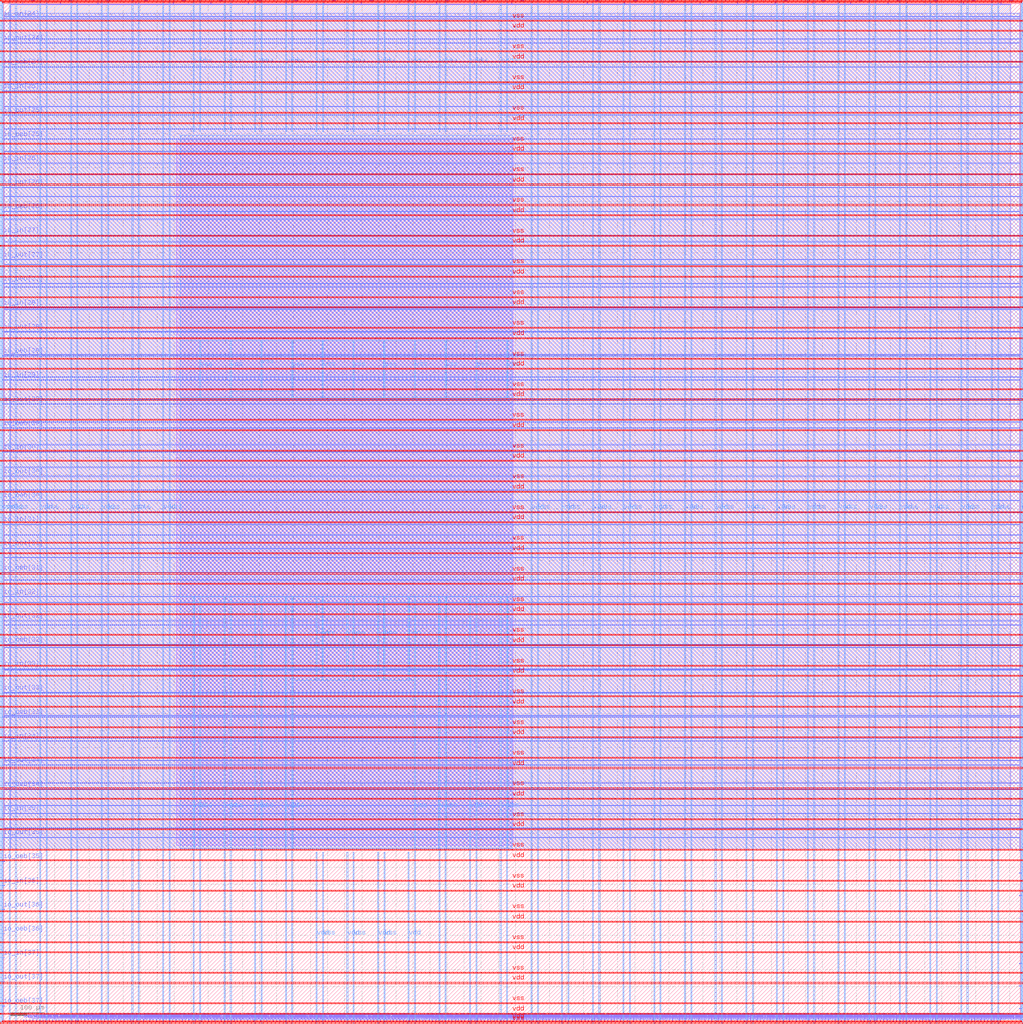
<source format=lef>
VERSION 5.7 ;
  NOWIREEXTENSIONATPIN ON ;
  DIVIDERCHAR "/" ;
  BUSBITCHARS "[]" ;
MACRO user_project_wrapper
  CLASS BLOCK ;
  FOREIGN user_project_wrapper ;
  ORIGIN 0.000 0.000 ;
  SIZE 2980.200 BY 2980.200 ;
  PIN io_in[0]
    DIRECTION INPUT ;
    USE SIGNAL ;
    PORT
      LAYER Metal3 ;
        RECT 2977.800 35.560 2985.000 36.680 ;
    END
  END io_in[0]
  PIN io_in[10]
    DIRECTION INPUT ;
    USE SIGNAL ;
    PORT
      LAYER Metal3 ;
        RECT 2977.800 2017.960 2985.000 2019.080 ;
    END
  END io_in[10]
  PIN io_in[11]
    DIRECTION INPUT ;
    USE SIGNAL ;
    PORT
      LAYER Metal3 ;
        RECT 2977.800 2216.200 2985.000 2217.320 ;
    END
  END io_in[11]
  PIN io_in[12]
    DIRECTION INPUT ;
    USE SIGNAL ;
    PORT
      LAYER Metal3 ;
        RECT 2977.800 2414.440 2985.000 2415.560 ;
    END
  END io_in[12]
  PIN io_in[13]
    DIRECTION INPUT ;
    USE SIGNAL ;
    PORT
      LAYER Metal3 ;
        RECT 2977.800 2612.680 2985.000 2613.800 ;
    END
  END io_in[13]
  PIN io_in[14]
    DIRECTION INPUT ;
    USE SIGNAL ;
    PORT
      LAYER Metal3 ;
        RECT 2977.800 2810.920 2985.000 2812.040 ;
    END
  END io_in[14]
  PIN io_in[15]
    DIRECTION INPUT ;
    USE SIGNAL ;
    PORT
      LAYER Metal2 ;
        RECT 2923.480 2977.800 2924.600 2985.000 ;
    END
  END io_in[15]
  PIN io_in[16]
    DIRECTION INPUT ;
    USE SIGNAL ;
    PORT
      LAYER Metal2 ;
        RECT 2592.520 2977.800 2593.640 2985.000 ;
    END
  END io_in[16]
  PIN io_in[17]
    DIRECTION INPUT ;
    USE SIGNAL ;
    PORT
      LAYER Metal2 ;
        RECT 2261.560 2977.800 2262.680 2985.000 ;
    END
  END io_in[17]
  PIN io_in[18]
    DIRECTION INPUT ;
    USE SIGNAL ;
    PORT
      LAYER Metal2 ;
        RECT 1930.600 2977.800 1931.720 2985.000 ;
    END
  END io_in[18]
  PIN io_in[19]
    DIRECTION INPUT ;
    USE SIGNAL ;
    PORT
      LAYER Metal2 ;
        RECT 1599.640 2977.800 1600.760 2985.000 ;
    END
  END io_in[19]
  PIN io_in[1]
    DIRECTION INPUT ;
    USE SIGNAL ;
    PORT
      LAYER Metal3 ;
        RECT 2977.800 233.800 2985.000 234.920 ;
    END
  END io_in[1]
  PIN io_in[20]
    DIRECTION INPUT ;
    USE SIGNAL ;
    PORT
      LAYER Metal2 ;
        RECT 1268.680 2977.800 1269.800 2985.000 ;
    END
  END io_in[20]
  PIN io_in[21]
    DIRECTION INPUT ;
    USE SIGNAL ;
    PORT
      LAYER Metal2 ;
        RECT 937.720 2977.800 938.840 2985.000 ;
    END
  END io_in[21]
  PIN io_in[22]
    DIRECTION INPUT ;
    USE SIGNAL ;
    PORT
      LAYER Metal2 ;
        RECT 606.760 2977.800 607.880 2985.000 ;
    END
  END io_in[22]
  PIN io_in[23]
    DIRECTION INPUT ;
    USE SIGNAL ;
    PORT
      LAYER Metal2 ;
        RECT 275.800 2977.800 276.920 2985.000 ;
    END
  END io_in[23]
  PIN io_in[24]
    DIRECTION INPUT ;
    USE SIGNAL ;
    PORT
      LAYER Metal3 ;
        RECT -4.800 2935.800 2.400 2936.920 ;
    END
  END io_in[24]
  PIN io_in[25]
    DIRECTION INPUT ;
    USE SIGNAL ;
    PORT
      LAYER Metal3 ;
        RECT -4.800 2724.120 2.400 2725.240 ;
    END
  END io_in[25]
  PIN io_in[26]
    DIRECTION INPUT ;
    USE SIGNAL ;
    PORT
      LAYER Metal3 ;
        RECT -4.800 2512.440 2.400 2513.560 ;
    END
  END io_in[26]
  PIN io_in[27]
    DIRECTION INPUT ;
    USE SIGNAL ;
    PORT
      LAYER Metal3 ;
        RECT -4.800 2300.760 2.400 2301.880 ;
    END
  END io_in[27]
  PIN io_in[28]
    DIRECTION INPUT ;
    USE SIGNAL ;
    PORT
      LAYER Metal3 ;
        RECT -4.800 2089.080 2.400 2090.200 ;
    END
  END io_in[28]
  PIN io_in[29]
    DIRECTION INPUT ;
    USE SIGNAL ;
    PORT
      LAYER Metal3 ;
        RECT -4.800 1877.400 2.400 1878.520 ;
    END
  END io_in[29]
  PIN io_in[2]
    DIRECTION INPUT ;
    USE SIGNAL ;
    PORT
      LAYER Metal3 ;
        RECT 2977.800 432.040 2985.000 433.160 ;
    END
  END io_in[2]
  PIN io_in[30]
    DIRECTION INPUT ;
    USE SIGNAL ;
    PORT
      LAYER Metal3 ;
        RECT -4.800 1665.720 2.400 1666.840 ;
    END
  END io_in[30]
  PIN io_in[31]
    DIRECTION INPUT ;
    USE SIGNAL ;
    PORT
      LAYER Metal3 ;
        RECT -4.800 1454.040 2.400 1455.160 ;
    END
  END io_in[31]
  PIN io_in[32]
    DIRECTION INPUT ;
    USE SIGNAL ;
    PORT
      LAYER Metal3 ;
        RECT -4.800 1242.360 2.400 1243.480 ;
    END
  END io_in[32]
  PIN io_in[33]
    DIRECTION INPUT ;
    USE SIGNAL ;
    PORT
      LAYER Metal3 ;
        RECT -4.800 1030.680 2.400 1031.800 ;
    END
  END io_in[33]
  PIN io_in[34]
    DIRECTION INPUT ;
    USE SIGNAL ;
    PORT
      LAYER Metal3 ;
        RECT -4.800 819.000 2.400 820.120 ;
    END
  END io_in[34]
  PIN io_in[35]
    DIRECTION INPUT ;
    USE SIGNAL ;
    PORT
      LAYER Metal3 ;
        RECT -4.800 607.320 2.400 608.440 ;
    END
  END io_in[35]
  PIN io_in[36]
    DIRECTION INPUT ;
    USE SIGNAL ;
    PORT
      LAYER Metal3 ;
        RECT -4.800 395.640 2.400 396.760 ;
    END
  END io_in[36]
  PIN io_in[37]
    DIRECTION INPUT ;
    USE SIGNAL ;
    PORT
      LAYER Metal3 ;
        RECT -4.800 183.960 2.400 185.080 ;
    END
  END io_in[37]
  PIN io_in[3]
    DIRECTION INPUT ;
    USE SIGNAL ;
    PORT
      LAYER Metal3 ;
        RECT 2977.800 630.280 2985.000 631.400 ;
    END
  END io_in[3]
  PIN io_in[4]
    DIRECTION INPUT ;
    USE SIGNAL ;
    PORT
      LAYER Metal3 ;
        RECT 2977.800 828.520 2985.000 829.640 ;
    END
  END io_in[4]
  PIN io_in[5]
    DIRECTION INPUT ;
    USE SIGNAL ;
    PORT
      LAYER Metal3 ;
        RECT 2977.800 1026.760 2985.000 1027.880 ;
    END
  END io_in[5]
  PIN io_in[6]
    DIRECTION INPUT ;
    USE SIGNAL ;
    PORT
      LAYER Metal3 ;
        RECT 2977.800 1225.000 2985.000 1226.120 ;
    END
  END io_in[6]
  PIN io_in[7]
    DIRECTION INPUT ;
    USE SIGNAL ;
    PORT
      LAYER Metal3 ;
        RECT 2977.800 1423.240 2985.000 1424.360 ;
    END
  END io_in[7]
  PIN io_in[8]
    DIRECTION INPUT ;
    USE SIGNAL ;
    PORT
      LAYER Metal3 ;
        RECT 2977.800 1621.480 2985.000 1622.600 ;
    END
  END io_in[8]
  PIN io_in[9]
    DIRECTION INPUT ;
    USE SIGNAL ;
    PORT
      LAYER Metal3 ;
        RECT 2977.800 1819.720 2985.000 1820.840 ;
    END
  END io_in[9]
  PIN io_oeb[0]
    DIRECTION OUTPUT TRISTATE ;
    USE SIGNAL ;
    PORT
      LAYER Metal3 ;
        RECT 2977.800 167.720 2985.000 168.840 ;
    END
  END io_oeb[0]
  PIN io_oeb[10]
    DIRECTION OUTPUT TRISTATE ;
    USE SIGNAL ;
    PORT
      LAYER Metal3 ;
        RECT 2977.800 2150.120 2985.000 2151.240 ;
    END
  END io_oeb[10]
  PIN io_oeb[11]
    DIRECTION OUTPUT TRISTATE ;
    USE SIGNAL ;
    PORT
      LAYER Metal3 ;
        RECT 2977.800 2348.360 2985.000 2349.480 ;
    END
  END io_oeb[11]
  PIN io_oeb[12]
    DIRECTION OUTPUT TRISTATE ;
    USE SIGNAL ;
    PORT
      LAYER Metal3 ;
        RECT 2977.800 2546.600 2985.000 2547.720 ;
    END
  END io_oeb[12]
  PIN io_oeb[13]
    DIRECTION OUTPUT TRISTATE ;
    USE SIGNAL ;
    PORT
      LAYER Metal3 ;
        RECT 2977.800 2744.840 2985.000 2745.960 ;
    END
  END io_oeb[13]
  PIN io_oeb[14]
    DIRECTION OUTPUT TRISTATE ;
    USE SIGNAL ;
    PORT
      LAYER Metal3 ;
        RECT 2977.800 2943.080 2985.000 2944.200 ;
    END
  END io_oeb[14]
  PIN io_oeb[15]
    DIRECTION OUTPUT TRISTATE ;
    USE SIGNAL ;
    PORT
      LAYER Metal2 ;
        RECT 2702.840 2977.800 2703.960 2985.000 ;
    END
  END io_oeb[15]
  PIN io_oeb[16]
    DIRECTION OUTPUT TRISTATE ;
    USE SIGNAL ;
    PORT
      LAYER Metal2 ;
        RECT 2371.880 2977.800 2373.000 2985.000 ;
    END
  END io_oeb[16]
  PIN io_oeb[17]
    DIRECTION OUTPUT TRISTATE ;
    USE SIGNAL ;
    PORT
      LAYER Metal2 ;
        RECT 2040.920 2977.800 2042.040 2985.000 ;
    END
  END io_oeb[17]
  PIN io_oeb[18]
    DIRECTION OUTPUT TRISTATE ;
    USE SIGNAL ;
    PORT
      LAYER Metal2 ;
        RECT 1709.960 2977.800 1711.080 2985.000 ;
    END
  END io_oeb[18]
  PIN io_oeb[19]
    DIRECTION OUTPUT TRISTATE ;
    USE SIGNAL ;
    PORT
      LAYER Metal2 ;
        RECT 1379.000 2977.800 1380.120 2985.000 ;
    END
  END io_oeb[19]
  PIN io_oeb[1]
    DIRECTION OUTPUT TRISTATE ;
    USE SIGNAL ;
    PORT
      LAYER Metal3 ;
        RECT 2977.800 365.960 2985.000 367.080 ;
    END
  END io_oeb[1]
  PIN io_oeb[20]
    DIRECTION OUTPUT TRISTATE ;
    USE SIGNAL ;
    PORT
      LAYER Metal2 ;
        RECT 1048.040 2977.800 1049.160 2985.000 ;
    END
  END io_oeb[20]
  PIN io_oeb[21]
    DIRECTION OUTPUT TRISTATE ;
    USE SIGNAL ;
    PORT
      LAYER Metal2 ;
        RECT 717.080 2977.800 718.200 2985.000 ;
    END
  END io_oeb[21]
  PIN io_oeb[22]
    DIRECTION OUTPUT TRISTATE ;
    USE SIGNAL ;
    PORT
      LAYER Metal2 ;
        RECT 386.120 2977.800 387.240 2985.000 ;
    END
  END io_oeb[22]
  PIN io_oeb[23]
    DIRECTION OUTPUT TRISTATE ;
    USE SIGNAL ;
    PORT
      LAYER Metal2 ;
        RECT 55.160 2977.800 56.280 2985.000 ;
    END
  END io_oeb[23]
  PIN io_oeb[24]
    DIRECTION OUTPUT TRISTATE ;
    USE SIGNAL ;
    PORT
      LAYER Metal3 ;
        RECT -4.800 2794.680 2.400 2795.800 ;
    END
  END io_oeb[24]
  PIN io_oeb[25]
    DIRECTION OUTPUT TRISTATE ;
    USE SIGNAL ;
    PORT
      LAYER Metal3 ;
        RECT -4.800 2583.000 2.400 2584.120 ;
    END
  END io_oeb[25]
  PIN io_oeb[26]
    DIRECTION OUTPUT TRISTATE ;
    USE SIGNAL ;
    PORT
      LAYER Metal3 ;
        RECT -4.800 2371.320 2.400 2372.440 ;
    END
  END io_oeb[26]
  PIN io_oeb[27]
    DIRECTION OUTPUT TRISTATE ;
    USE SIGNAL ;
    PORT
      LAYER Metal3 ;
        RECT -4.800 2159.640 2.400 2160.760 ;
    END
  END io_oeb[27]
  PIN io_oeb[28]
    DIRECTION OUTPUT TRISTATE ;
    USE SIGNAL ;
    PORT
      LAYER Metal3 ;
        RECT -4.800 1947.960 2.400 1949.080 ;
    END
  END io_oeb[28]
  PIN io_oeb[29]
    DIRECTION OUTPUT TRISTATE ;
    USE SIGNAL ;
    PORT
      LAYER Metal3 ;
        RECT -4.800 1736.280 2.400 1737.400 ;
    END
  END io_oeb[29]
  PIN io_oeb[2]
    DIRECTION OUTPUT TRISTATE ;
    USE SIGNAL ;
    PORT
      LAYER Metal3 ;
        RECT 2977.800 564.200 2985.000 565.320 ;
    END
  END io_oeb[2]
  PIN io_oeb[30]
    DIRECTION OUTPUT TRISTATE ;
    USE SIGNAL ;
    PORT
      LAYER Metal3 ;
        RECT -4.800 1524.600 2.400 1525.720 ;
    END
  END io_oeb[30]
  PIN io_oeb[31]
    DIRECTION OUTPUT TRISTATE ;
    USE SIGNAL ;
    PORT
      LAYER Metal3 ;
        RECT -4.800 1312.920 2.400 1314.040 ;
    END
  END io_oeb[31]
  PIN io_oeb[32]
    DIRECTION OUTPUT TRISTATE ;
    USE SIGNAL ;
    PORT
      LAYER Metal3 ;
        RECT -4.800 1101.240 2.400 1102.360 ;
    END
  END io_oeb[32]
  PIN io_oeb[33]
    DIRECTION OUTPUT TRISTATE ;
    USE SIGNAL ;
    PORT
      LAYER Metal3 ;
        RECT -4.800 889.560 2.400 890.680 ;
    END
  END io_oeb[33]
  PIN io_oeb[34]
    DIRECTION OUTPUT TRISTATE ;
    USE SIGNAL ;
    PORT
      LAYER Metal3 ;
        RECT -4.800 677.880 2.400 679.000 ;
    END
  END io_oeb[34]
  PIN io_oeb[35]
    DIRECTION OUTPUT TRISTATE ;
    USE SIGNAL ;
    PORT
      LAYER Metal3 ;
        RECT -4.800 466.200 2.400 467.320 ;
    END
  END io_oeb[35]
  PIN io_oeb[36]
    DIRECTION OUTPUT TRISTATE ;
    USE SIGNAL ;
    PORT
      LAYER Metal3 ;
        RECT -4.800 254.520 2.400 255.640 ;
    END
  END io_oeb[36]
  PIN io_oeb[37]
    DIRECTION OUTPUT TRISTATE ;
    USE SIGNAL ;
    PORT
      LAYER Metal3 ;
        RECT -4.800 42.840 2.400 43.960 ;
    END
  END io_oeb[37]
  PIN io_oeb[3]
    DIRECTION OUTPUT TRISTATE ;
    USE SIGNAL ;
    PORT
      LAYER Metal3 ;
        RECT 2977.800 762.440 2985.000 763.560 ;
    END
  END io_oeb[3]
  PIN io_oeb[4]
    DIRECTION OUTPUT TRISTATE ;
    USE SIGNAL ;
    PORT
      LAYER Metal3 ;
        RECT 2977.800 960.680 2985.000 961.800 ;
    END
  END io_oeb[4]
  PIN io_oeb[5]
    DIRECTION OUTPUT TRISTATE ;
    USE SIGNAL ;
    PORT
      LAYER Metal3 ;
        RECT 2977.800 1158.920 2985.000 1160.040 ;
    END
  END io_oeb[5]
  PIN io_oeb[6]
    DIRECTION OUTPUT TRISTATE ;
    USE SIGNAL ;
    PORT
      LAYER Metal3 ;
        RECT 2977.800 1357.160 2985.000 1358.280 ;
    END
  END io_oeb[6]
  PIN io_oeb[7]
    DIRECTION OUTPUT TRISTATE ;
    USE SIGNAL ;
    PORT
      LAYER Metal3 ;
        RECT 2977.800 1555.400 2985.000 1556.520 ;
    END
  END io_oeb[7]
  PIN io_oeb[8]
    DIRECTION OUTPUT TRISTATE ;
    USE SIGNAL ;
    PORT
      LAYER Metal3 ;
        RECT 2977.800 1753.640 2985.000 1754.760 ;
    END
  END io_oeb[8]
  PIN io_oeb[9]
    DIRECTION OUTPUT TRISTATE ;
    USE SIGNAL ;
    PORT
      LAYER Metal3 ;
        RECT 2977.800 1951.880 2985.000 1953.000 ;
    END
  END io_oeb[9]
  PIN io_out[0]
    DIRECTION OUTPUT TRISTATE ;
    USE SIGNAL ;
    PORT
      LAYER Metal3 ;
        RECT 2977.800 101.640 2985.000 102.760 ;
    END
  END io_out[0]
  PIN io_out[10]
    DIRECTION OUTPUT TRISTATE ;
    USE SIGNAL ;
    PORT
      LAYER Metal3 ;
        RECT 2977.800 2084.040 2985.000 2085.160 ;
    END
  END io_out[10]
  PIN io_out[11]
    DIRECTION OUTPUT TRISTATE ;
    USE SIGNAL ;
    PORT
      LAYER Metal3 ;
        RECT 2977.800 2282.280 2985.000 2283.400 ;
    END
  END io_out[11]
  PIN io_out[12]
    DIRECTION OUTPUT TRISTATE ;
    USE SIGNAL ;
    PORT
      LAYER Metal3 ;
        RECT 2977.800 2480.520 2985.000 2481.640 ;
    END
  END io_out[12]
  PIN io_out[13]
    DIRECTION OUTPUT TRISTATE ;
    USE SIGNAL ;
    PORT
      LAYER Metal3 ;
        RECT 2977.800 2678.760 2985.000 2679.880 ;
    END
  END io_out[13]
  PIN io_out[14]
    DIRECTION OUTPUT TRISTATE ;
    USE SIGNAL ;
    PORT
      LAYER Metal3 ;
        RECT 2977.800 2877.000 2985.000 2878.120 ;
    END
  END io_out[14]
  PIN io_out[15]
    DIRECTION OUTPUT TRISTATE ;
    USE SIGNAL ;
    PORT
      LAYER Metal2 ;
        RECT 2813.160 2977.800 2814.280 2985.000 ;
    END
  END io_out[15]
  PIN io_out[16]
    DIRECTION OUTPUT TRISTATE ;
    USE SIGNAL ;
    PORT
      LAYER Metal2 ;
        RECT 2482.200 2977.800 2483.320 2985.000 ;
    END
  END io_out[16]
  PIN io_out[17]
    DIRECTION OUTPUT TRISTATE ;
    USE SIGNAL ;
    PORT
      LAYER Metal2 ;
        RECT 2151.240 2977.800 2152.360 2985.000 ;
    END
  END io_out[17]
  PIN io_out[18]
    DIRECTION OUTPUT TRISTATE ;
    USE SIGNAL ;
    PORT
      LAYER Metal2 ;
        RECT 1820.280 2977.800 1821.400 2985.000 ;
    END
  END io_out[18]
  PIN io_out[19]
    DIRECTION OUTPUT TRISTATE ;
    USE SIGNAL ;
    PORT
      LAYER Metal2 ;
        RECT 1489.320 2977.800 1490.440 2985.000 ;
    END
  END io_out[19]
  PIN io_out[1]
    DIRECTION OUTPUT TRISTATE ;
    USE SIGNAL ;
    PORT
      LAYER Metal3 ;
        RECT 2977.800 299.880 2985.000 301.000 ;
    END
  END io_out[1]
  PIN io_out[20]
    DIRECTION OUTPUT TRISTATE ;
    USE SIGNAL ;
    PORT
      LAYER Metal2 ;
        RECT 1158.360 2977.800 1159.480 2985.000 ;
    END
  END io_out[20]
  PIN io_out[21]
    DIRECTION OUTPUT TRISTATE ;
    USE SIGNAL ;
    PORT
      LAYER Metal2 ;
        RECT 827.400 2977.800 828.520 2985.000 ;
    END
  END io_out[21]
  PIN io_out[22]
    DIRECTION OUTPUT TRISTATE ;
    USE SIGNAL ;
    PORT
      LAYER Metal2 ;
        RECT 496.440 2977.800 497.560 2985.000 ;
    END
  END io_out[22]
  PIN io_out[23]
    DIRECTION OUTPUT TRISTATE ;
    USE SIGNAL ;
    PORT
      LAYER Metal2 ;
        RECT 165.480 2977.800 166.600 2985.000 ;
    END
  END io_out[23]
  PIN io_out[24]
    DIRECTION OUTPUT TRISTATE ;
    USE SIGNAL ;
    PORT
      LAYER Metal3 ;
        RECT -4.800 2865.240 2.400 2866.360 ;
    END
  END io_out[24]
  PIN io_out[25]
    DIRECTION OUTPUT TRISTATE ;
    USE SIGNAL ;
    PORT
      LAYER Metal3 ;
        RECT -4.800 2653.560 2.400 2654.680 ;
    END
  END io_out[25]
  PIN io_out[26]
    DIRECTION OUTPUT TRISTATE ;
    USE SIGNAL ;
    PORT
      LAYER Metal3 ;
        RECT -4.800 2441.880 2.400 2443.000 ;
    END
  END io_out[26]
  PIN io_out[27]
    DIRECTION OUTPUT TRISTATE ;
    USE SIGNAL ;
    PORT
      LAYER Metal3 ;
        RECT -4.800 2230.200 2.400 2231.320 ;
    END
  END io_out[27]
  PIN io_out[28]
    DIRECTION OUTPUT TRISTATE ;
    USE SIGNAL ;
    PORT
      LAYER Metal3 ;
        RECT -4.800 2018.520 2.400 2019.640 ;
    END
  END io_out[28]
  PIN io_out[29]
    DIRECTION OUTPUT TRISTATE ;
    USE SIGNAL ;
    PORT
      LAYER Metal3 ;
        RECT -4.800 1806.840 2.400 1807.960 ;
    END
  END io_out[29]
  PIN io_out[2]
    DIRECTION OUTPUT TRISTATE ;
    USE SIGNAL ;
    PORT
      LAYER Metal3 ;
        RECT 2977.800 498.120 2985.000 499.240 ;
    END
  END io_out[2]
  PIN io_out[30]
    DIRECTION OUTPUT TRISTATE ;
    USE SIGNAL ;
    PORT
      LAYER Metal3 ;
        RECT -4.800 1595.160 2.400 1596.280 ;
    END
  END io_out[30]
  PIN io_out[31]
    DIRECTION OUTPUT TRISTATE ;
    USE SIGNAL ;
    PORT
      LAYER Metal3 ;
        RECT -4.800 1383.480 2.400 1384.600 ;
    END
  END io_out[31]
  PIN io_out[32]
    DIRECTION OUTPUT TRISTATE ;
    USE SIGNAL ;
    PORT
      LAYER Metal3 ;
        RECT -4.800 1171.800 2.400 1172.920 ;
    END
  END io_out[32]
  PIN io_out[33]
    DIRECTION OUTPUT TRISTATE ;
    USE SIGNAL ;
    PORT
      LAYER Metal3 ;
        RECT -4.800 960.120 2.400 961.240 ;
    END
  END io_out[33]
  PIN io_out[34]
    DIRECTION OUTPUT TRISTATE ;
    USE SIGNAL ;
    PORT
      LAYER Metal3 ;
        RECT -4.800 748.440 2.400 749.560 ;
    END
  END io_out[34]
  PIN io_out[35]
    DIRECTION OUTPUT TRISTATE ;
    USE SIGNAL ;
    PORT
      LAYER Metal3 ;
        RECT -4.800 536.760 2.400 537.880 ;
    END
  END io_out[35]
  PIN io_out[36]
    DIRECTION OUTPUT TRISTATE ;
    USE SIGNAL ;
    PORT
      LAYER Metal3 ;
        RECT -4.800 325.080 2.400 326.200 ;
    END
  END io_out[36]
  PIN io_out[37]
    DIRECTION OUTPUT TRISTATE ;
    USE SIGNAL ;
    PORT
      LAYER Metal3 ;
        RECT -4.800 113.400 2.400 114.520 ;
    END
  END io_out[37]
  PIN io_out[3]
    DIRECTION OUTPUT TRISTATE ;
    USE SIGNAL ;
    PORT
      LAYER Metal3 ;
        RECT 2977.800 696.360 2985.000 697.480 ;
    END
  END io_out[3]
  PIN io_out[4]
    DIRECTION OUTPUT TRISTATE ;
    USE SIGNAL ;
    PORT
      LAYER Metal3 ;
        RECT 2977.800 894.600 2985.000 895.720 ;
    END
  END io_out[4]
  PIN io_out[5]
    DIRECTION OUTPUT TRISTATE ;
    USE SIGNAL ;
    PORT
      LAYER Metal3 ;
        RECT 2977.800 1092.840 2985.000 1093.960 ;
    END
  END io_out[5]
  PIN io_out[6]
    DIRECTION OUTPUT TRISTATE ;
    USE SIGNAL ;
    PORT
      LAYER Metal3 ;
        RECT 2977.800 1291.080 2985.000 1292.200 ;
    END
  END io_out[6]
  PIN io_out[7]
    DIRECTION OUTPUT TRISTATE ;
    USE SIGNAL ;
    PORT
      LAYER Metal3 ;
        RECT 2977.800 1489.320 2985.000 1490.440 ;
    END
  END io_out[7]
  PIN io_out[8]
    DIRECTION OUTPUT TRISTATE ;
    USE SIGNAL ;
    PORT
      LAYER Metal3 ;
        RECT 2977.800 1687.560 2985.000 1688.680 ;
    END
  END io_out[8]
  PIN io_out[9]
    DIRECTION OUTPUT TRISTATE ;
    USE SIGNAL ;
    PORT
      LAYER Metal3 ;
        RECT 2977.800 1885.800 2985.000 1886.920 ;
    END
  END io_out[9]
  PIN la_data_in[0]
    DIRECTION INPUT ;
    USE SIGNAL ;
    PORT
      LAYER Metal2 ;
        RECT 1065.960 -4.800 1067.080 2.400 ;
    END
  END la_data_in[0]
  PIN la_data_in[10]
    DIRECTION INPUT ;
    USE SIGNAL ;
    PORT
      LAYER Metal2 ;
        RECT 1351.560 -4.800 1352.680 2.400 ;
    END
  END la_data_in[10]
  PIN la_data_in[11]
    DIRECTION INPUT ;
    USE SIGNAL ;
    PORT
      LAYER Metal2 ;
        RECT 1380.120 -4.800 1381.240 2.400 ;
    END
  END la_data_in[11]
  PIN la_data_in[12]
    DIRECTION INPUT ;
    USE SIGNAL ;
    PORT
      LAYER Metal2 ;
        RECT 1408.680 -4.800 1409.800 2.400 ;
    END
  END la_data_in[12]
  PIN la_data_in[13]
    DIRECTION INPUT ;
    USE SIGNAL ;
    PORT
      LAYER Metal2 ;
        RECT 1437.240 -4.800 1438.360 2.400 ;
    END
  END la_data_in[13]
  PIN la_data_in[14]
    DIRECTION INPUT ;
    USE SIGNAL ;
    PORT
      LAYER Metal2 ;
        RECT 1465.800 -4.800 1466.920 2.400 ;
    END
  END la_data_in[14]
  PIN la_data_in[15]
    DIRECTION INPUT ;
    USE SIGNAL ;
    PORT
      LAYER Metal2 ;
        RECT 1494.360 -4.800 1495.480 2.400 ;
    END
  END la_data_in[15]
  PIN la_data_in[16]
    DIRECTION INPUT ;
    USE SIGNAL ;
    PORT
      LAYER Metal2 ;
        RECT 1522.920 -4.800 1524.040 2.400 ;
    END
  END la_data_in[16]
  PIN la_data_in[17]
    DIRECTION INPUT ;
    USE SIGNAL ;
    PORT
      LAYER Metal2 ;
        RECT 1551.480 -4.800 1552.600 2.400 ;
    END
  END la_data_in[17]
  PIN la_data_in[18]
    DIRECTION INPUT ;
    USE SIGNAL ;
    PORT
      LAYER Metal2 ;
        RECT 1580.040 -4.800 1581.160 2.400 ;
    END
  END la_data_in[18]
  PIN la_data_in[19]
    DIRECTION INPUT ;
    USE SIGNAL ;
    PORT
      LAYER Metal2 ;
        RECT 1608.600 -4.800 1609.720 2.400 ;
    END
  END la_data_in[19]
  PIN la_data_in[1]
    DIRECTION INPUT ;
    USE SIGNAL ;
    PORT
      LAYER Metal2 ;
        RECT 1094.520 -4.800 1095.640 2.400 ;
    END
  END la_data_in[1]
  PIN la_data_in[20]
    DIRECTION INPUT ;
    USE SIGNAL ;
    PORT
      LAYER Metal2 ;
        RECT 1637.160 -4.800 1638.280 2.400 ;
    END
  END la_data_in[20]
  PIN la_data_in[21]
    DIRECTION INPUT ;
    USE SIGNAL ;
    PORT
      LAYER Metal2 ;
        RECT 1665.720 -4.800 1666.840 2.400 ;
    END
  END la_data_in[21]
  PIN la_data_in[22]
    DIRECTION INPUT ;
    USE SIGNAL ;
    PORT
      LAYER Metal2 ;
        RECT 1694.280 -4.800 1695.400 2.400 ;
    END
  END la_data_in[22]
  PIN la_data_in[23]
    DIRECTION INPUT ;
    USE SIGNAL ;
    PORT
      LAYER Metal2 ;
        RECT 1722.840 -4.800 1723.960 2.400 ;
    END
  END la_data_in[23]
  PIN la_data_in[24]
    DIRECTION INPUT ;
    USE SIGNAL ;
    PORT
      LAYER Metal2 ;
        RECT 1751.400 -4.800 1752.520 2.400 ;
    END
  END la_data_in[24]
  PIN la_data_in[25]
    DIRECTION INPUT ;
    USE SIGNAL ;
    PORT
      LAYER Metal2 ;
        RECT 1779.960 -4.800 1781.080 2.400 ;
    END
  END la_data_in[25]
  PIN la_data_in[26]
    DIRECTION INPUT ;
    USE SIGNAL ;
    PORT
      LAYER Metal2 ;
        RECT 1808.520 -4.800 1809.640 2.400 ;
    END
  END la_data_in[26]
  PIN la_data_in[27]
    DIRECTION INPUT ;
    USE SIGNAL ;
    PORT
      LAYER Metal2 ;
        RECT 1837.080 -4.800 1838.200 2.400 ;
    END
  END la_data_in[27]
  PIN la_data_in[28]
    DIRECTION INPUT ;
    USE SIGNAL ;
    PORT
      LAYER Metal2 ;
        RECT 1865.640 -4.800 1866.760 2.400 ;
    END
  END la_data_in[28]
  PIN la_data_in[29]
    DIRECTION INPUT ;
    USE SIGNAL ;
    PORT
      LAYER Metal2 ;
        RECT 1894.200 -4.800 1895.320 2.400 ;
    END
  END la_data_in[29]
  PIN la_data_in[2]
    DIRECTION INPUT ;
    USE SIGNAL ;
    PORT
      LAYER Metal2 ;
        RECT 1123.080 -4.800 1124.200 2.400 ;
    END
  END la_data_in[2]
  PIN la_data_in[30]
    DIRECTION INPUT ;
    USE SIGNAL ;
    PORT
      LAYER Metal2 ;
        RECT 1922.760 -4.800 1923.880 2.400 ;
    END
  END la_data_in[30]
  PIN la_data_in[31]
    DIRECTION INPUT ;
    USE SIGNAL ;
    PORT
      LAYER Metal2 ;
        RECT 1951.320 -4.800 1952.440 2.400 ;
    END
  END la_data_in[31]
  PIN la_data_in[32]
    DIRECTION INPUT ;
    USE SIGNAL ;
    PORT
      LAYER Metal2 ;
        RECT 1979.880 -4.800 1981.000 2.400 ;
    END
  END la_data_in[32]
  PIN la_data_in[33]
    DIRECTION INPUT ;
    USE SIGNAL ;
    PORT
      LAYER Metal2 ;
        RECT 2008.440 -4.800 2009.560 2.400 ;
    END
  END la_data_in[33]
  PIN la_data_in[34]
    DIRECTION INPUT ;
    USE SIGNAL ;
    PORT
      LAYER Metal2 ;
        RECT 2037.000 -4.800 2038.120 2.400 ;
    END
  END la_data_in[34]
  PIN la_data_in[35]
    DIRECTION INPUT ;
    USE SIGNAL ;
    PORT
      LAYER Metal2 ;
        RECT 2065.560 -4.800 2066.680 2.400 ;
    END
  END la_data_in[35]
  PIN la_data_in[36]
    DIRECTION INPUT ;
    USE SIGNAL ;
    PORT
      LAYER Metal2 ;
        RECT 2094.120 -4.800 2095.240 2.400 ;
    END
  END la_data_in[36]
  PIN la_data_in[37]
    DIRECTION INPUT ;
    USE SIGNAL ;
    PORT
      LAYER Metal2 ;
        RECT 2122.680 -4.800 2123.800 2.400 ;
    END
  END la_data_in[37]
  PIN la_data_in[38]
    DIRECTION INPUT ;
    USE SIGNAL ;
    PORT
      LAYER Metal2 ;
        RECT 2151.240 -4.800 2152.360 2.400 ;
    END
  END la_data_in[38]
  PIN la_data_in[39]
    DIRECTION INPUT ;
    USE SIGNAL ;
    PORT
      LAYER Metal2 ;
        RECT 2179.800 -4.800 2180.920 2.400 ;
    END
  END la_data_in[39]
  PIN la_data_in[3]
    DIRECTION INPUT ;
    USE SIGNAL ;
    PORT
      LAYER Metal2 ;
        RECT 1151.640 -4.800 1152.760 2.400 ;
    END
  END la_data_in[3]
  PIN la_data_in[40]
    DIRECTION INPUT ;
    USE SIGNAL ;
    PORT
      LAYER Metal2 ;
        RECT 2208.360 -4.800 2209.480 2.400 ;
    END
  END la_data_in[40]
  PIN la_data_in[41]
    DIRECTION INPUT ;
    USE SIGNAL ;
    PORT
      LAYER Metal2 ;
        RECT 2236.920 -4.800 2238.040 2.400 ;
    END
  END la_data_in[41]
  PIN la_data_in[42]
    DIRECTION INPUT ;
    USE SIGNAL ;
    PORT
      LAYER Metal2 ;
        RECT 2265.480 -4.800 2266.600 2.400 ;
    END
  END la_data_in[42]
  PIN la_data_in[43]
    DIRECTION INPUT ;
    USE SIGNAL ;
    PORT
      LAYER Metal2 ;
        RECT 2294.040 -4.800 2295.160 2.400 ;
    END
  END la_data_in[43]
  PIN la_data_in[44]
    DIRECTION INPUT ;
    USE SIGNAL ;
    PORT
      LAYER Metal2 ;
        RECT 2322.600 -4.800 2323.720 2.400 ;
    END
  END la_data_in[44]
  PIN la_data_in[45]
    DIRECTION INPUT ;
    USE SIGNAL ;
    PORT
      LAYER Metal2 ;
        RECT 2351.160 -4.800 2352.280 2.400 ;
    END
  END la_data_in[45]
  PIN la_data_in[46]
    DIRECTION INPUT ;
    USE SIGNAL ;
    PORT
      LAYER Metal2 ;
        RECT 2379.720 -4.800 2380.840 2.400 ;
    END
  END la_data_in[46]
  PIN la_data_in[47]
    DIRECTION INPUT ;
    USE SIGNAL ;
    PORT
      LAYER Metal2 ;
        RECT 2408.280 -4.800 2409.400 2.400 ;
    END
  END la_data_in[47]
  PIN la_data_in[48]
    DIRECTION INPUT ;
    USE SIGNAL ;
    PORT
      LAYER Metal2 ;
        RECT 2436.840 -4.800 2437.960 2.400 ;
    END
  END la_data_in[48]
  PIN la_data_in[49]
    DIRECTION INPUT ;
    USE SIGNAL ;
    PORT
      LAYER Metal2 ;
        RECT 2465.400 -4.800 2466.520 2.400 ;
    END
  END la_data_in[49]
  PIN la_data_in[4]
    DIRECTION INPUT ;
    USE SIGNAL ;
    PORT
      LAYER Metal2 ;
        RECT 1180.200 -4.800 1181.320 2.400 ;
    END
  END la_data_in[4]
  PIN la_data_in[50]
    DIRECTION INPUT ;
    USE SIGNAL ;
    PORT
      LAYER Metal2 ;
        RECT 2493.960 -4.800 2495.080 2.400 ;
    END
  END la_data_in[50]
  PIN la_data_in[51]
    DIRECTION INPUT ;
    USE SIGNAL ;
    PORT
      LAYER Metal2 ;
        RECT 2522.520 -4.800 2523.640 2.400 ;
    END
  END la_data_in[51]
  PIN la_data_in[52]
    DIRECTION INPUT ;
    USE SIGNAL ;
    PORT
      LAYER Metal2 ;
        RECT 2551.080 -4.800 2552.200 2.400 ;
    END
  END la_data_in[52]
  PIN la_data_in[53]
    DIRECTION INPUT ;
    USE SIGNAL ;
    PORT
      LAYER Metal2 ;
        RECT 2579.640 -4.800 2580.760 2.400 ;
    END
  END la_data_in[53]
  PIN la_data_in[54]
    DIRECTION INPUT ;
    USE SIGNAL ;
    PORT
      LAYER Metal2 ;
        RECT 2608.200 -4.800 2609.320 2.400 ;
    END
  END la_data_in[54]
  PIN la_data_in[55]
    DIRECTION INPUT ;
    USE SIGNAL ;
    PORT
      LAYER Metal2 ;
        RECT 2636.760 -4.800 2637.880 2.400 ;
    END
  END la_data_in[55]
  PIN la_data_in[56]
    DIRECTION INPUT ;
    USE SIGNAL ;
    PORT
      LAYER Metal2 ;
        RECT 2665.320 -4.800 2666.440 2.400 ;
    END
  END la_data_in[56]
  PIN la_data_in[57]
    DIRECTION INPUT ;
    USE SIGNAL ;
    PORT
      LAYER Metal2 ;
        RECT 2693.880 -4.800 2695.000 2.400 ;
    END
  END la_data_in[57]
  PIN la_data_in[58]
    DIRECTION INPUT ;
    USE SIGNAL ;
    PORT
      LAYER Metal2 ;
        RECT 2722.440 -4.800 2723.560 2.400 ;
    END
  END la_data_in[58]
  PIN la_data_in[59]
    DIRECTION INPUT ;
    USE SIGNAL ;
    PORT
      LAYER Metal2 ;
        RECT 2751.000 -4.800 2752.120 2.400 ;
    END
  END la_data_in[59]
  PIN la_data_in[5]
    DIRECTION INPUT ;
    USE SIGNAL ;
    PORT
      LAYER Metal2 ;
        RECT 1208.760 -4.800 1209.880 2.400 ;
    END
  END la_data_in[5]
  PIN la_data_in[60]
    DIRECTION INPUT ;
    USE SIGNAL ;
    PORT
      LAYER Metal2 ;
        RECT 2779.560 -4.800 2780.680 2.400 ;
    END
  END la_data_in[60]
  PIN la_data_in[61]
    DIRECTION INPUT ;
    USE SIGNAL ;
    PORT
      LAYER Metal2 ;
        RECT 2808.120 -4.800 2809.240 2.400 ;
    END
  END la_data_in[61]
  PIN la_data_in[62]
    DIRECTION INPUT ;
    USE SIGNAL ;
    PORT
      LAYER Metal2 ;
        RECT 2836.680 -4.800 2837.800 2.400 ;
    END
  END la_data_in[62]
  PIN la_data_in[63]
    DIRECTION INPUT ;
    USE SIGNAL ;
    PORT
      LAYER Metal2 ;
        RECT 2865.240 -4.800 2866.360 2.400 ;
    END
  END la_data_in[63]
  PIN la_data_in[6]
    DIRECTION INPUT ;
    USE SIGNAL ;
    PORT
      LAYER Metal2 ;
        RECT 1237.320 -4.800 1238.440 2.400 ;
    END
  END la_data_in[6]
  PIN la_data_in[7]
    DIRECTION INPUT ;
    USE SIGNAL ;
    PORT
      LAYER Metal2 ;
        RECT 1265.880 -4.800 1267.000 2.400 ;
    END
  END la_data_in[7]
  PIN la_data_in[8]
    DIRECTION INPUT ;
    USE SIGNAL ;
    PORT
      LAYER Metal2 ;
        RECT 1294.440 -4.800 1295.560 2.400 ;
    END
  END la_data_in[8]
  PIN la_data_in[9]
    DIRECTION INPUT ;
    USE SIGNAL ;
    PORT
      LAYER Metal2 ;
        RECT 1323.000 -4.800 1324.120 2.400 ;
    END
  END la_data_in[9]
  PIN la_data_out[0]
    DIRECTION OUTPUT TRISTATE ;
    USE SIGNAL ;
    PORT
      LAYER Metal2 ;
        RECT 1075.480 -4.800 1076.600 2.400 ;
    END
  END la_data_out[0]
  PIN la_data_out[10]
    DIRECTION OUTPUT TRISTATE ;
    USE SIGNAL ;
    PORT
      LAYER Metal2 ;
        RECT 1361.080 -4.800 1362.200 2.400 ;
    END
  END la_data_out[10]
  PIN la_data_out[11]
    DIRECTION OUTPUT TRISTATE ;
    USE SIGNAL ;
    PORT
      LAYER Metal2 ;
        RECT 1389.640 -4.800 1390.760 2.400 ;
    END
  END la_data_out[11]
  PIN la_data_out[12]
    DIRECTION OUTPUT TRISTATE ;
    USE SIGNAL ;
    PORT
      LAYER Metal2 ;
        RECT 1418.200 -4.800 1419.320 2.400 ;
    END
  END la_data_out[12]
  PIN la_data_out[13]
    DIRECTION OUTPUT TRISTATE ;
    USE SIGNAL ;
    PORT
      LAYER Metal2 ;
        RECT 1446.760 -4.800 1447.880 2.400 ;
    END
  END la_data_out[13]
  PIN la_data_out[14]
    DIRECTION OUTPUT TRISTATE ;
    USE SIGNAL ;
    PORT
      LAYER Metal2 ;
        RECT 1475.320 -4.800 1476.440 2.400 ;
    END
  END la_data_out[14]
  PIN la_data_out[15]
    DIRECTION OUTPUT TRISTATE ;
    USE SIGNAL ;
    PORT
      LAYER Metal2 ;
        RECT 1503.880 -4.800 1505.000 2.400 ;
    END
  END la_data_out[15]
  PIN la_data_out[16]
    DIRECTION OUTPUT TRISTATE ;
    USE SIGNAL ;
    PORT
      LAYER Metal2 ;
        RECT 1532.440 -4.800 1533.560 2.400 ;
    END
  END la_data_out[16]
  PIN la_data_out[17]
    DIRECTION OUTPUT TRISTATE ;
    USE SIGNAL ;
    PORT
      LAYER Metal2 ;
        RECT 1561.000 -4.800 1562.120 2.400 ;
    END
  END la_data_out[17]
  PIN la_data_out[18]
    DIRECTION OUTPUT TRISTATE ;
    USE SIGNAL ;
    PORT
      LAYER Metal2 ;
        RECT 1589.560 -4.800 1590.680 2.400 ;
    END
  END la_data_out[18]
  PIN la_data_out[19]
    DIRECTION OUTPUT TRISTATE ;
    USE SIGNAL ;
    PORT
      LAYER Metal2 ;
        RECT 1618.120 -4.800 1619.240 2.400 ;
    END
  END la_data_out[19]
  PIN la_data_out[1]
    DIRECTION OUTPUT TRISTATE ;
    USE SIGNAL ;
    PORT
      LAYER Metal2 ;
        RECT 1104.040 -4.800 1105.160 2.400 ;
    END
  END la_data_out[1]
  PIN la_data_out[20]
    DIRECTION OUTPUT TRISTATE ;
    USE SIGNAL ;
    PORT
      LAYER Metal2 ;
        RECT 1646.680 -4.800 1647.800 2.400 ;
    END
  END la_data_out[20]
  PIN la_data_out[21]
    DIRECTION OUTPUT TRISTATE ;
    USE SIGNAL ;
    PORT
      LAYER Metal2 ;
        RECT 1675.240 -4.800 1676.360 2.400 ;
    END
  END la_data_out[21]
  PIN la_data_out[22]
    DIRECTION OUTPUT TRISTATE ;
    USE SIGNAL ;
    PORT
      LAYER Metal2 ;
        RECT 1703.800 -4.800 1704.920 2.400 ;
    END
  END la_data_out[22]
  PIN la_data_out[23]
    DIRECTION OUTPUT TRISTATE ;
    USE SIGNAL ;
    PORT
      LAYER Metal2 ;
        RECT 1732.360 -4.800 1733.480 2.400 ;
    END
  END la_data_out[23]
  PIN la_data_out[24]
    DIRECTION OUTPUT TRISTATE ;
    USE SIGNAL ;
    PORT
      LAYER Metal2 ;
        RECT 1760.920 -4.800 1762.040 2.400 ;
    END
  END la_data_out[24]
  PIN la_data_out[25]
    DIRECTION OUTPUT TRISTATE ;
    USE SIGNAL ;
    PORT
      LAYER Metal2 ;
        RECT 1789.480 -4.800 1790.600 2.400 ;
    END
  END la_data_out[25]
  PIN la_data_out[26]
    DIRECTION OUTPUT TRISTATE ;
    USE SIGNAL ;
    PORT
      LAYER Metal2 ;
        RECT 1818.040 -4.800 1819.160 2.400 ;
    END
  END la_data_out[26]
  PIN la_data_out[27]
    DIRECTION OUTPUT TRISTATE ;
    USE SIGNAL ;
    PORT
      LAYER Metal2 ;
        RECT 1846.600 -4.800 1847.720 2.400 ;
    END
  END la_data_out[27]
  PIN la_data_out[28]
    DIRECTION OUTPUT TRISTATE ;
    USE SIGNAL ;
    PORT
      LAYER Metal2 ;
        RECT 1875.160 -4.800 1876.280 2.400 ;
    END
  END la_data_out[28]
  PIN la_data_out[29]
    DIRECTION OUTPUT TRISTATE ;
    USE SIGNAL ;
    PORT
      LAYER Metal2 ;
        RECT 1903.720 -4.800 1904.840 2.400 ;
    END
  END la_data_out[29]
  PIN la_data_out[2]
    DIRECTION OUTPUT TRISTATE ;
    USE SIGNAL ;
    PORT
      LAYER Metal2 ;
        RECT 1132.600 -4.800 1133.720 2.400 ;
    END
  END la_data_out[2]
  PIN la_data_out[30]
    DIRECTION OUTPUT TRISTATE ;
    USE SIGNAL ;
    PORT
      LAYER Metal2 ;
        RECT 1932.280 -4.800 1933.400 2.400 ;
    END
  END la_data_out[30]
  PIN la_data_out[31]
    DIRECTION OUTPUT TRISTATE ;
    USE SIGNAL ;
    PORT
      LAYER Metal2 ;
        RECT 1960.840 -4.800 1961.960 2.400 ;
    END
  END la_data_out[31]
  PIN la_data_out[32]
    DIRECTION OUTPUT TRISTATE ;
    USE SIGNAL ;
    PORT
      LAYER Metal2 ;
        RECT 1989.400 -4.800 1990.520 2.400 ;
    END
  END la_data_out[32]
  PIN la_data_out[33]
    DIRECTION OUTPUT TRISTATE ;
    USE SIGNAL ;
    PORT
      LAYER Metal2 ;
        RECT 2017.960 -4.800 2019.080 2.400 ;
    END
  END la_data_out[33]
  PIN la_data_out[34]
    DIRECTION OUTPUT TRISTATE ;
    USE SIGNAL ;
    PORT
      LAYER Metal2 ;
        RECT 2046.520 -4.800 2047.640 2.400 ;
    END
  END la_data_out[34]
  PIN la_data_out[35]
    DIRECTION OUTPUT TRISTATE ;
    USE SIGNAL ;
    PORT
      LAYER Metal2 ;
        RECT 2075.080 -4.800 2076.200 2.400 ;
    END
  END la_data_out[35]
  PIN la_data_out[36]
    DIRECTION OUTPUT TRISTATE ;
    USE SIGNAL ;
    PORT
      LAYER Metal2 ;
        RECT 2103.640 -4.800 2104.760 2.400 ;
    END
  END la_data_out[36]
  PIN la_data_out[37]
    DIRECTION OUTPUT TRISTATE ;
    USE SIGNAL ;
    PORT
      LAYER Metal2 ;
        RECT 2132.200 -4.800 2133.320 2.400 ;
    END
  END la_data_out[37]
  PIN la_data_out[38]
    DIRECTION OUTPUT TRISTATE ;
    USE SIGNAL ;
    PORT
      LAYER Metal2 ;
        RECT 2160.760 -4.800 2161.880 2.400 ;
    END
  END la_data_out[38]
  PIN la_data_out[39]
    DIRECTION OUTPUT TRISTATE ;
    USE SIGNAL ;
    PORT
      LAYER Metal2 ;
        RECT 2189.320 -4.800 2190.440 2.400 ;
    END
  END la_data_out[39]
  PIN la_data_out[3]
    DIRECTION OUTPUT TRISTATE ;
    USE SIGNAL ;
    PORT
      LAYER Metal2 ;
        RECT 1161.160 -4.800 1162.280 2.400 ;
    END
  END la_data_out[3]
  PIN la_data_out[40]
    DIRECTION OUTPUT TRISTATE ;
    USE SIGNAL ;
    PORT
      LAYER Metal2 ;
        RECT 2217.880 -4.800 2219.000 2.400 ;
    END
  END la_data_out[40]
  PIN la_data_out[41]
    DIRECTION OUTPUT TRISTATE ;
    USE SIGNAL ;
    PORT
      LAYER Metal2 ;
        RECT 2246.440 -4.800 2247.560 2.400 ;
    END
  END la_data_out[41]
  PIN la_data_out[42]
    DIRECTION OUTPUT TRISTATE ;
    USE SIGNAL ;
    PORT
      LAYER Metal2 ;
        RECT 2275.000 -4.800 2276.120 2.400 ;
    END
  END la_data_out[42]
  PIN la_data_out[43]
    DIRECTION OUTPUT TRISTATE ;
    USE SIGNAL ;
    PORT
      LAYER Metal2 ;
        RECT 2303.560 -4.800 2304.680 2.400 ;
    END
  END la_data_out[43]
  PIN la_data_out[44]
    DIRECTION OUTPUT TRISTATE ;
    USE SIGNAL ;
    PORT
      LAYER Metal2 ;
        RECT 2332.120 -4.800 2333.240 2.400 ;
    END
  END la_data_out[44]
  PIN la_data_out[45]
    DIRECTION OUTPUT TRISTATE ;
    USE SIGNAL ;
    PORT
      LAYER Metal2 ;
        RECT 2360.680 -4.800 2361.800 2.400 ;
    END
  END la_data_out[45]
  PIN la_data_out[46]
    DIRECTION OUTPUT TRISTATE ;
    USE SIGNAL ;
    PORT
      LAYER Metal2 ;
        RECT 2389.240 -4.800 2390.360 2.400 ;
    END
  END la_data_out[46]
  PIN la_data_out[47]
    DIRECTION OUTPUT TRISTATE ;
    USE SIGNAL ;
    PORT
      LAYER Metal2 ;
        RECT 2417.800 -4.800 2418.920 2.400 ;
    END
  END la_data_out[47]
  PIN la_data_out[48]
    DIRECTION OUTPUT TRISTATE ;
    USE SIGNAL ;
    PORT
      LAYER Metal2 ;
        RECT 2446.360 -4.800 2447.480 2.400 ;
    END
  END la_data_out[48]
  PIN la_data_out[49]
    DIRECTION OUTPUT TRISTATE ;
    USE SIGNAL ;
    PORT
      LAYER Metal2 ;
        RECT 2474.920 -4.800 2476.040 2.400 ;
    END
  END la_data_out[49]
  PIN la_data_out[4]
    DIRECTION OUTPUT TRISTATE ;
    USE SIGNAL ;
    PORT
      LAYER Metal2 ;
        RECT 1189.720 -4.800 1190.840 2.400 ;
    END
  END la_data_out[4]
  PIN la_data_out[50]
    DIRECTION OUTPUT TRISTATE ;
    USE SIGNAL ;
    PORT
      LAYER Metal2 ;
        RECT 2503.480 -4.800 2504.600 2.400 ;
    END
  END la_data_out[50]
  PIN la_data_out[51]
    DIRECTION OUTPUT TRISTATE ;
    USE SIGNAL ;
    PORT
      LAYER Metal2 ;
        RECT 2532.040 -4.800 2533.160 2.400 ;
    END
  END la_data_out[51]
  PIN la_data_out[52]
    DIRECTION OUTPUT TRISTATE ;
    USE SIGNAL ;
    PORT
      LAYER Metal2 ;
        RECT 2560.600 -4.800 2561.720 2.400 ;
    END
  END la_data_out[52]
  PIN la_data_out[53]
    DIRECTION OUTPUT TRISTATE ;
    USE SIGNAL ;
    PORT
      LAYER Metal2 ;
        RECT 2589.160 -4.800 2590.280 2.400 ;
    END
  END la_data_out[53]
  PIN la_data_out[54]
    DIRECTION OUTPUT TRISTATE ;
    USE SIGNAL ;
    PORT
      LAYER Metal2 ;
        RECT 2617.720 -4.800 2618.840 2.400 ;
    END
  END la_data_out[54]
  PIN la_data_out[55]
    DIRECTION OUTPUT TRISTATE ;
    USE SIGNAL ;
    PORT
      LAYER Metal2 ;
        RECT 2646.280 -4.800 2647.400 2.400 ;
    END
  END la_data_out[55]
  PIN la_data_out[56]
    DIRECTION OUTPUT TRISTATE ;
    USE SIGNAL ;
    PORT
      LAYER Metal2 ;
        RECT 2674.840 -4.800 2675.960 2.400 ;
    END
  END la_data_out[56]
  PIN la_data_out[57]
    DIRECTION OUTPUT TRISTATE ;
    USE SIGNAL ;
    PORT
      LAYER Metal2 ;
        RECT 2703.400 -4.800 2704.520 2.400 ;
    END
  END la_data_out[57]
  PIN la_data_out[58]
    DIRECTION OUTPUT TRISTATE ;
    USE SIGNAL ;
    PORT
      LAYER Metal2 ;
        RECT 2731.960 -4.800 2733.080 2.400 ;
    END
  END la_data_out[58]
  PIN la_data_out[59]
    DIRECTION OUTPUT TRISTATE ;
    USE SIGNAL ;
    PORT
      LAYER Metal2 ;
        RECT 2760.520 -4.800 2761.640 2.400 ;
    END
  END la_data_out[59]
  PIN la_data_out[5]
    DIRECTION OUTPUT TRISTATE ;
    USE SIGNAL ;
    PORT
      LAYER Metal2 ;
        RECT 1218.280 -4.800 1219.400 2.400 ;
    END
  END la_data_out[5]
  PIN la_data_out[60]
    DIRECTION OUTPUT TRISTATE ;
    USE SIGNAL ;
    PORT
      LAYER Metal2 ;
        RECT 2789.080 -4.800 2790.200 2.400 ;
    END
  END la_data_out[60]
  PIN la_data_out[61]
    DIRECTION OUTPUT TRISTATE ;
    USE SIGNAL ;
    PORT
      LAYER Metal2 ;
        RECT 2817.640 -4.800 2818.760 2.400 ;
    END
  END la_data_out[61]
  PIN la_data_out[62]
    DIRECTION OUTPUT TRISTATE ;
    USE SIGNAL ;
    PORT
      LAYER Metal2 ;
        RECT 2846.200 -4.800 2847.320 2.400 ;
    END
  END la_data_out[62]
  PIN la_data_out[63]
    DIRECTION OUTPUT TRISTATE ;
    USE SIGNAL ;
    PORT
      LAYER Metal2 ;
        RECT 2874.760 -4.800 2875.880 2.400 ;
    END
  END la_data_out[63]
  PIN la_data_out[6]
    DIRECTION OUTPUT TRISTATE ;
    USE SIGNAL ;
    PORT
      LAYER Metal2 ;
        RECT 1246.840 -4.800 1247.960 2.400 ;
    END
  END la_data_out[6]
  PIN la_data_out[7]
    DIRECTION OUTPUT TRISTATE ;
    USE SIGNAL ;
    PORT
      LAYER Metal2 ;
        RECT 1275.400 -4.800 1276.520 2.400 ;
    END
  END la_data_out[7]
  PIN la_data_out[8]
    DIRECTION OUTPUT TRISTATE ;
    USE SIGNAL ;
    PORT
      LAYER Metal2 ;
        RECT 1303.960 -4.800 1305.080 2.400 ;
    END
  END la_data_out[8]
  PIN la_data_out[9]
    DIRECTION OUTPUT TRISTATE ;
    USE SIGNAL ;
    PORT
      LAYER Metal2 ;
        RECT 1332.520 -4.800 1333.640 2.400 ;
    END
  END la_data_out[9]
  PIN la_oenb[0]
    DIRECTION INPUT ;
    USE SIGNAL ;
    PORT
      LAYER Metal2 ;
        RECT 1085.000 -4.800 1086.120 2.400 ;
    END
  END la_oenb[0]
  PIN la_oenb[10]
    DIRECTION INPUT ;
    USE SIGNAL ;
    PORT
      LAYER Metal2 ;
        RECT 1370.600 -4.800 1371.720 2.400 ;
    END
  END la_oenb[10]
  PIN la_oenb[11]
    DIRECTION INPUT ;
    USE SIGNAL ;
    PORT
      LAYER Metal2 ;
        RECT 1399.160 -4.800 1400.280 2.400 ;
    END
  END la_oenb[11]
  PIN la_oenb[12]
    DIRECTION INPUT ;
    USE SIGNAL ;
    PORT
      LAYER Metal2 ;
        RECT 1427.720 -4.800 1428.840 2.400 ;
    END
  END la_oenb[12]
  PIN la_oenb[13]
    DIRECTION INPUT ;
    USE SIGNAL ;
    PORT
      LAYER Metal2 ;
        RECT 1456.280 -4.800 1457.400 2.400 ;
    END
  END la_oenb[13]
  PIN la_oenb[14]
    DIRECTION INPUT ;
    USE SIGNAL ;
    PORT
      LAYER Metal2 ;
        RECT 1484.840 -4.800 1485.960 2.400 ;
    END
  END la_oenb[14]
  PIN la_oenb[15]
    DIRECTION INPUT ;
    USE SIGNAL ;
    PORT
      LAYER Metal2 ;
        RECT 1513.400 -4.800 1514.520 2.400 ;
    END
  END la_oenb[15]
  PIN la_oenb[16]
    DIRECTION INPUT ;
    USE SIGNAL ;
    PORT
      LAYER Metal2 ;
        RECT 1541.960 -4.800 1543.080 2.400 ;
    END
  END la_oenb[16]
  PIN la_oenb[17]
    DIRECTION INPUT ;
    USE SIGNAL ;
    PORT
      LAYER Metal2 ;
        RECT 1570.520 -4.800 1571.640 2.400 ;
    END
  END la_oenb[17]
  PIN la_oenb[18]
    DIRECTION INPUT ;
    USE SIGNAL ;
    PORT
      LAYER Metal2 ;
        RECT 1599.080 -4.800 1600.200 2.400 ;
    END
  END la_oenb[18]
  PIN la_oenb[19]
    DIRECTION INPUT ;
    USE SIGNAL ;
    PORT
      LAYER Metal2 ;
        RECT 1627.640 -4.800 1628.760 2.400 ;
    END
  END la_oenb[19]
  PIN la_oenb[1]
    DIRECTION INPUT ;
    USE SIGNAL ;
    PORT
      LAYER Metal2 ;
        RECT 1113.560 -4.800 1114.680 2.400 ;
    END
  END la_oenb[1]
  PIN la_oenb[20]
    DIRECTION INPUT ;
    USE SIGNAL ;
    PORT
      LAYER Metal2 ;
        RECT 1656.200 -4.800 1657.320 2.400 ;
    END
  END la_oenb[20]
  PIN la_oenb[21]
    DIRECTION INPUT ;
    USE SIGNAL ;
    PORT
      LAYER Metal2 ;
        RECT 1684.760 -4.800 1685.880 2.400 ;
    END
  END la_oenb[21]
  PIN la_oenb[22]
    DIRECTION INPUT ;
    USE SIGNAL ;
    PORT
      LAYER Metal2 ;
        RECT 1713.320 -4.800 1714.440 2.400 ;
    END
  END la_oenb[22]
  PIN la_oenb[23]
    DIRECTION INPUT ;
    USE SIGNAL ;
    PORT
      LAYER Metal2 ;
        RECT 1741.880 -4.800 1743.000 2.400 ;
    END
  END la_oenb[23]
  PIN la_oenb[24]
    DIRECTION INPUT ;
    USE SIGNAL ;
    PORT
      LAYER Metal2 ;
        RECT 1770.440 -4.800 1771.560 2.400 ;
    END
  END la_oenb[24]
  PIN la_oenb[25]
    DIRECTION INPUT ;
    USE SIGNAL ;
    PORT
      LAYER Metal2 ;
        RECT 1799.000 -4.800 1800.120 2.400 ;
    END
  END la_oenb[25]
  PIN la_oenb[26]
    DIRECTION INPUT ;
    USE SIGNAL ;
    PORT
      LAYER Metal2 ;
        RECT 1827.560 -4.800 1828.680 2.400 ;
    END
  END la_oenb[26]
  PIN la_oenb[27]
    DIRECTION INPUT ;
    USE SIGNAL ;
    PORT
      LAYER Metal2 ;
        RECT 1856.120 -4.800 1857.240 2.400 ;
    END
  END la_oenb[27]
  PIN la_oenb[28]
    DIRECTION INPUT ;
    USE SIGNAL ;
    PORT
      LAYER Metal2 ;
        RECT 1884.680 -4.800 1885.800 2.400 ;
    END
  END la_oenb[28]
  PIN la_oenb[29]
    DIRECTION INPUT ;
    USE SIGNAL ;
    PORT
      LAYER Metal2 ;
        RECT 1913.240 -4.800 1914.360 2.400 ;
    END
  END la_oenb[29]
  PIN la_oenb[2]
    DIRECTION INPUT ;
    USE SIGNAL ;
    PORT
      LAYER Metal2 ;
        RECT 1142.120 -4.800 1143.240 2.400 ;
    END
  END la_oenb[2]
  PIN la_oenb[30]
    DIRECTION INPUT ;
    USE SIGNAL ;
    PORT
      LAYER Metal2 ;
        RECT 1941.800 -4.800 1942.920 2.400 ;
    END
  END la_oenb[30]
  PIN la_oenb[31]
    DIRECTION INPUT ;
    USE SIGNAL ;
    PORT
      LAYER Metal2 ;
        RECT 1970.360 -4.800 1971.480 2.400 ;
    END
  END la_oenb[31]
  PIN la_oenb[32]
    DIRECTION INPUT ;
    USE SIGNAL ;
    PORT
      LAYER Metal2 ;
        RECT 1998.920 -4.800 2000.040 2.400 ;
    END
  END la_oenb[32]
  PIN la_oenb[33]
    DIRECTION INPUT ;
    USE SIGNAL ;
    PORT
      LAYER Metal2 ;
        RECT 2027.480 -4.800 2028.600 2.400 ;
    END
  END la_oenb[33]
  PIN la_oenb[34]
    DIRECTION INPUT ;
    USE SIGNAL ;
    PORT
      LAYER Metal2 ;
        RECT 2056.040 -4.800 2057.160 2.400 ;
    END
  END la_oenb[34]
  PIN la_oenb[35]
    DIRECTION INPUT ;
    USE SIGNAL ;
    PORT
      LAYER Metal2 ;
        RECT 2084.600 -4.800 2085.720 2.400 ;
    END
  END la_oenb[35]
  PIN la_oenb[36]
    DIRECTION INPUT ;
    USE SIGNAL ;
    PORT
      LAYER Metal2 ;
        RECT 2113.160 -4.800 2114.280 2.400 ;
    END
  END la_oenb[36]
  PIN la_oenb[37]
    DIRECTION INPUT ;
    USE SIGNAL ;
    PORT
      LAYER Metal2 ;
        RECT 2141.720 -4.800 2142.840 2.400 ;
    END
  END la_oenb[37]
  PIN la_oenb[38]
    DIRECTION INPUT ;
    USE SIGNAL ;
    PORT
      LAYER Metal2 ;
        RECT 2170.280 -4.800 2171.400 2.400 ;
    END
  END la_oenb[38]
  PIN la_oenb[39]
    DIRECTION INPUT ;
    USE SIGNAL ;
    PORT
      LAYER Metal2 ;
        RECT 2198.840 -4.800 2199.960 2.400 ;
    END
  END la_oenb[39]
  PIN la_oenb[3]
    DIRECTION INPUT ;
    USE SIGNAL ;
    PORT
      LAYER Metal2 ;
        RECT 1170.680 -4.800 1171.800 2.400 ;
    END
  END la_oenb[3]
  PIN la_oenb[40]
    DIRECTION INPUT ;
    USE SIGNAL ;
    PORT
      LAYER Metal2 ;
        RECT 2227.400 -4.800 2228.520 2.400 ;
    END
  END la_oenb[40]
  PIN la_oenb[41]
    DIRECTION INPUT ;
    USE SIGNAL ;
    PORT
      LAYER Metal2 ;
        RECT 2255.960 -4.800 2257.080 2.400 ;
    END
  END la_oenb[41]
  PIN la_oenb[42]
    DIRECTION INPUT ;
    USE SIGNAL ;
    PORT
      LAYER Metal2 ;
        RECT 2284.520 -4.800 2285.640 2.400 ;
    END
  END la_oenb[42]
  PIN la_oenb[43]
    DIRECTION INPUT ;
    USE SIGNAL ;
    PORT
      LAYER Metal2 ;
        RECT 2313.080 -4.800 2314.200 2.400 ;
    END
  END la_oenb[43]
  PIN la_oenb[44]
    DIRECTION INPUT ;
    USE SIGNAL ;
    PORT
      LAYER Metal2 ;
        RECT 2341.640 -4.800 2342.760 2.400 ;
    END
  END la_oenb[44]
  PIN la_oenb[45]
    DIRECTION INPUT ;
    USE SIGNAL ;
    PORT
      LAYER Metal2 ;
        RECT 2370.200 -4.800 2371.320 2.400 ;
    END
  END la_oenb[45]
  PIN la_oenb[46]
    DIRECTION INPUT ;
    USE SIGNAL ;
    PORT
      LAYER Metal2 ;
        RECT 2398.760 -4.800 2399.880 2.400 ;
    END
  END la_oenb[46]
  PIN la_oenb[47]
    DIRECTION INPUT ;
    USE SIGNAL ;
    PORT
      LAYER Metal2 ;
        RECT 2427.320 -4.800 2428.440 2.400 ;
    END
  END la_oenb[47]
  PIN la_oenb[48]
    DIRECTION INPUT ;
    USE SIGNAL ;
    PORT
      LAYER Metal2 ;
        RECT 2455.880 -4.800 2457.000 2.400 ;
    END
  END la_oenb[48]
  PIN la_oenb[49]
    DIRECTION INPUT ;
    USE SIGNAL ;
    PORT
      LAYER Metal2 ;
        RECT 2484.440 -4.800 2485.560 2.400 ;
    END
  END la_oenb[49]
  PIN la_oenb[4]
    DIRECTION INPUT ;
    USE SIGNAL ;
    PORT
      LAYER Metal2 ;
        RECT 1199.240 -4.800 1200.360 2.400 ;
    END
  END la_oenb[4]
  PIN la_oenb[50]
    DIRECTION INPUT ;
    USE SIGNAL ;
    PORT
      LAYER Metal2 ;
        RECT 2513.000 -4.800 2514.120 2.400 ;
    END
  END la_oenb[50]
  PIN la_oenb[51]
    DIRECTION INPUT ;
    USE SIGNAL ;
    PORT
      LAYER Metal2 ;
        RECT 2541.560 -4.800 2542.680 2.400 ;
    END
  END la_oenb[51]
  PIN la_oenb[52]
    DIRECTION INPUT ;
    USE SIGNAL ;
    PORT
      LAYER Metal2 ;
        RECT 2570.120 -4.800 2571.240 2.400 ;
    END
  END la_oenb[52]
  PIN la_oenb[53]
    DIRECTION INPUT ;
    USE SIGNAL ;
    PORT
      LAYER Metal2 ;
        RECT 2598.680 -4.800 2599.800 2.400 ;
    END
  END la_oenb[53]
  PIN la_oenb[54]
    DIRECTION INPUT ;
    USE SIGNAL ;
    PORT
      LAYER Metal2 ;
        RECT 2627.240 -4.800 2628.360 2.400 ;
    END
  END la_oenb[54]
  PIN la_oenb[55]
    DIRECTION INPUT ;
    USE SIGNAL ;
    PORT
      LAYER Metal2 ;
        RECT 2655.800 -4.800 2656.920 2.400 ;
    END
  END la_oenb[55]
  PIN la_oenb[56]
    DIRECTION INPUT ;
    USE SIGNAL ;
    PORT
      LAYER Metal2 ;
        RECT 2684.360 -4.800 2685.480 2.400 ;
    END
  END la_oenb[56]
  PIN la_oenb[57]
    DIRECTION INPUT ;
    USE SIGNAL ;
    PORT
      LAYER Metal2 ;
        RECT 2712.920 -4.800 2714.040 2.400 ;
    END
  END la_oenb[57]
  PIN la_oenb[58]
    DIRECTION INPUT ;
    USE SIGNAL ;
    PORT
      LAYER Metal2 ;
        RECT 2741.480 -4.800 2742.600 2.400 ;
    END
  END la_oenb[58]
  PIN la_oenb[59]
    DIRECTION INPUT ;
    USE SIGNAL ;
    PORT
      LAYER Metal2 ;
        RECT 2770.040 -4.800 2771.160 2.400 ;
    END
  END la_oenb[59]
  PIN la_oenb[5]
    DIRECTION INPUT ;
    USE SIGNAL ;
    PORT
      LAYER Metal2 ;
        RECT 1227.800 -4.800 1228.920 2.400 ;
    END
  END la_oenb[5]
  PIN la_oenb[60]
    DIRECTION INPUT ;
    USE SIGNAL ;
    PORT
      LAYER Metal2 ;
        RECT 2798.600 -4.800 2799.720 2.400 ;
    END
  END la_oenb[60]
  PIN la_oenb[61]
    DIRECTION INPUT ;
    USE SIGNAL ;
    PORT
      LAYER Metal2 ;
        RECT 2827.160 -4.800 2828.280 2.400 ;
    END
  END la_oenb[61]
  PIN la_oenb[62]
    DIRECTION INPUT ;
    USE SIGNAL ;
    PORT
      LAYER Metal2 ;
        RECT 2855.720 -4.800 2856.840 2.400 ;
    END
  END la_oenb[62]
  PIN la_oenb[63]
    DIRECTION INPUT ;
    USE SIGNAL ;
    PORT
      LAYER Metal2 ;
        RECT 2884.280 -4.800 2885.400 2.400 ;
    END
  END la_oenb[63]
  PIN la_oenb[6]
    DIRECTION INPUT ;
    USE SIGNAL ;
    PORT
      LAYER Metal2 ;
        RECT 1256.360 -4.800 1257.480 2.400 ;
    END
  END la_oenb[6]
  PIN la_oenb[7]
    DIRECTION INPUT ;
    USE SIGNAL ;
    PORT
      LAYER Metal2 ;
        RECT 1284.920 -4.800 1286.040 2.400 ;
    END
  END la_oenb[7]
  PIN la_oenb[8]
    DIRECTION INPUT ;
    USE SIGNAL ;
    PORT
      LAYER Metal2 ;
        RECT 1313.480 -4.800 1314.600 2.400 ;
    END
  END la_oenb[8]
  PIN la_oenb[9]
    DIRECTION INPUT ;
    USE SIGNAL ;
    PORT
      LAYER Metal2 ;
        RECT 1342.040 -4.800 1343.160 2.400 ;
    END
  END la_oenb[9]
  PIN user_clock2
    DIRECTION INPUT ;
    USE SIGNAL ;
    PORT
      LAYER Metal2 ;
        RECT 2893.800 -4.800 2894.920 2.400 ;
    END
  END user_clock2
  PIN user_irq[0]
    DIRECTION OUTPUT TRISTATE ;
    USE SIGNAL ;
    PORT
      LAYER Metal2 ;
        RECT 2903.320 -4.800 2904.440 2.400 ;
    END
  END user_irq[0]
  PIN user_irq[1]
    DIRECTION OUTPUT TRISTATE ;
    USE SIGNAL ;
    PORT
      LAYER Metal2 ;
        RECT 2912.840 -4.800 2913.960 2.400 ;
    END
  END user_irq[1]
  PIN user_irq[2]
    DIRECTION OUTPUT TRISTATE ;
    USE SIGNAL ;
    PORT
      LAYER Metal2 ;
        RECT 2922.360 -4.800 2923.480 2.400 ;
    END
  END user_irq[2]
  PIN vdd
    DIRECTION INOUT ;
    USE POWER ;
    PORT
      LAYER Metal4 ;
        RECT -4.780 -3.420 -1.680 2986.540 ;
    END
    PORT
      LAYER Metal5 ;
        RECT -4.780 -3.420 2985.100 -0.320 ;
    END
    PORT
      LAYER Metal5 ;
        RECT -4.780 2983.440 2985.100 2986.540 ;
    END
    PORT
      LAYER Metal4 ;
        RECT 2982.000 -3.420 2985.100 2986.540 ;
    END
    PORT
      LAYER Metal4 ;
        RECT 15.770 -8.220 18.870 2991.340 ;
    END
    PORT
      LAYER Metal4 ;
        RECT 105.770 -8.220 108.870 2991.340 ;
    END
    PORT
      LAYER Metal4 ;
        RECT 195.770 -8.220 198.870 2991.340 ;
    END
    PORT
      LAYER Metal4 ;
        RECT 285.770 -8.220 288.870 2991.340 ;
    END
    PORT
      LAYER Metal4 ;
        RECT 375.770 -8.220 378.870 2991.340 ;
    END
    PORT
      LAYER Metal4 ;
        RECT 465.770 -8.220 468.870 2991.340 ;
    END
    PORT
      LAYER Metal4 ;
        RECT 555.770 -8.220 558.870 1242.610 ;
    END
    PORT
      LAYER Metal4 ;
        RECT 555.770 2606.030 558.870 2991.340 ;
    END
    PORT
      LAYER Metal4 ;
        RECT 645.770 -8.220 648.870 1242.610 ;
    END
    PORT
      LAYER Metal4 ;
        RECT 645.770 2606.030 648.870 2991.340 ;
    END
    PORT
      LAYER Metal4 ;
        RECT 735.770 -8.220 738.870 1242.610 ;
    END
    PORT
      LAYER Metal4 ;
        RECT 735.770 2606.030 738.870 2991.340 ;
    END
    PORT
      LAYER Metal4 ;
        RECT 825.770 -8.220 828.870 1242.610 ;
    END
    PORT
      LAYER Metal4 ;
        RECT 825.770 2606.030 828.870 2991.340 ;
    END
    PORT
      LAYER Metal4 ;
        RECT 915.770 -8.220 918.870 493.730 ;
    END
    PORT
      LAYER Metal4 ;
        RECT 915.770 997.950 918.870 1242.610 ;
    END
    PORT
      LAYER Metal4 ;
        RECT 915.770 2606.030 918.870 2991.340 ;
    END
    PORT
      LAYER Metal4 ;
        RECT 1005.770 -8.220 1008.870 493.730 ;
    END
    PORT
      LAYER Metal4 ;
        RECT 1005.770 997.950 1008.870 1242.610 ;
    END
    PORT
      LAYER Metal4 ;
        RECT 1005.770 2606.030 1008.870 2991.340 ;
    END
    PORT
      LAYER Metal4 ;
        RECT 1095.770 -8.220 1098.870 493.730 ;
    END
    PORT
      LAYER Metal4 ;
        RECT 1095.770 997.950 1098.870 1242.610 ;
    END
    PORT
      LAYER Metal4 ;
        RECT 1095.770 2606.030 1098.870 2991.340 ;
    END
    PORT
      LAYER Metal4 ;
        RECT 1185.770 -8.220 1188.870 493.730 ;
    END
    PORT
      LAYER Metal4 ;
        RECT 1185.770 997.950 1188.870 1242.610 ;
    END
    PORT
      LAYER Metal4 ;
        RECT 1185.770 2606.030 1188.870 2991.340 ;
    END
    PORT
      LAYER Metal4 ;
        RECT 1275.770 -8.220 1278.870 1242.610 ;
    END
    PORT
      LAYER Metal4 ;
        RECT 1275.770 2606.030 1278.870 2991.340 ;
    END
    PORT
      LAYER Metal4 ;
        RECT 1365.770 -8.220 1368.870 1242.610 ;
    END
    PORT
      LAYER Metal4 ;
        RECT 1365.770 2606.030 1368.870 2991.340 ;
    END
    PORT
      LAYER Metal4 ;
        RECT 1455.770 -8.220 1458.870 1242.610 ;
    END
    PORT
      LAYER Metal4 ;
        RECT 1455.770 2606.030 1458.870 2991.340 ;
    END
    PORT
      LAYER Metal4 ;
        RECT 1545.770 -8.220 1548.870 2991.340 ;
    END
    PORT
      LAYER Metal4 ;
        RECT 1635.770 -8.220 1638.870 2991.340 ;
    END
    PORT
      LAYER Metal4 ;
        RECT 1725.770 -8.220 1728.870 2991.340 ;
    END
    PORT
      LAYER Metal4 ;
        RECT 1815.770 -8.220 1818.870 2991.340 ;
    END
    PORT
      LAYER Metal4 ;
        RECT 1905.770 -8.220 1908.870 2991.340 ;
    END
    PORT
      LAYER Metal4 ;
        RECT 1995.770 -8.220 1998.870 2991.340 ;
    END
    PORT
      LAYER Metal4 ;
        RECT 2085.770 -8.220 2088.870 2991.340 ;
    END
    PORT
      LAYER Metal4 ;
        RECT 2175.770 -8.220 2178.870 2991.340 ;
    END
    PORT
      LAYER Metal4 ;
        RECT 2265.770 -8.220 2268.870 2991.340 ;
    END
    PORT
      LAYER Metal4 ;
        RECT 2355.770 -8.220 2358.870 2991.340 ;
    END
    PORT
      LAYER Metal4 ;
        RECT 2445.770 -8.220 2448.870 2991.340 ;
    END
    PORT
      LAYER Metal4 ;
        RECT 2535.770 -8.220 2538.870 2991.340 ;
    END
    PORT
      LAYER Metal4 ;
        RECT 2625.770 -8.220 2628.870 2991.340 ;
    END
    PORT
      LAYER Metal4 ;
        RECT 2715.770 -8.220 2718.870 2991.340 ;
    END
    PORT
      LAYER Metal4 ;
        RECT 2805.770 -8.220 2808.870 2991.340 ;
    END
    PORT
      LAYER Metal4 ;
        RECT 2895.770 -8.220 2898.870 2991.340 ;
    END
    PORT
      LAYER Metal5 ;
        RECT -9.580 19.130 2989.900 22.230 ;
    END
    PORT
      LAYER Metal5 ;
        RECT -9.580 109.130 2989.900 112.230 ;
    END
    PORT
      LAYER Metal5 ;
        RECT -9.580 199.130 2989.900 202.230 ;
    END
    PORT
      LAYER Metal5 ;
        RECT -9.580 289.130 2989.900 292.230 ;
    END
    PORT
      LAYER Metal5 ;
        RECT -9.580 379.130 2989.900 382.230 ;
    END
    PORT
      LAYER Metal5 ;
        RECT -9.580 469.130 2989.900 472.230 ;
    END
    PORT
      LAYER Metal5 ;
        RECT -9.580 559.130 2989.900 562.230 ;
    END
    PORT
      LAYER Metal5 ;
        RECT -9.580 649.130 2989.900 652.230 ;
    END
    PORT
      LAYER Metal5 ;
        RECT -9.580 739.130 2989.900 742.230 ;
    END
    PORT
      LAYER Metal5 ;
        RECT -9.580 829.130 2989.900 832.230 ;
    END
    PORT
      LAYER Metal5 ;
        RECT -9.580 919.130 2989.900 922.230 ;
    END
    PORT
      LAYER Metal5 ;
        RECT -9.580 1009.130 2989.900 1012.230 ;
    END
    PORT
      LAYER Metal5 ;
        RECT -9.580 1099.130 2989.900 1102.230 ;
    END
    PORT
      LAYER Metal5 ;
        RECT -9.580 1189.130 2989.900 1192.230 ;
    END
    PORT
      LAYER Metal5 ;
        RECT -9.580 1279.130 2989.900 1282.230 ;
    END
    PORT
      LAYER Metal5 ;
        RECT -9.580 1369.130 2989.900 1372.230 ;
    END
    PORT
      LAYER Metal5 ;
        RECT -9.580 1459.130 2989.900 1462.230 ;
    END
    PORT
      LAYER Metal5 ;
        RECT -9.580 1549.130 2989.900 1552.230 ;
    END
    PORT
      LAYER Metal5 ;
        RECT -9.580 1639.130 2989.900 1642.230 ;
    END
    PORT
      LAYER Metal5 ;
        RECT -9.580 1729.130 2989.900 1732.230 ;
    END
    PORT
      LAYER Metal5 ;
        RECT -9.580 1819.130 2989.900 1822.230 ;
    END
    PORT
      LAYER Metal5 ;
        RECT -9.580 1909.130 2989.900 1912.230 ;
    END
    PORT
      LAYER Metal5 ;
        RECT -9.580 1999.130 2989.900 2002.230 ;
    END
    PORT
      LAYER Metal5 ;
        RECT -9.580 2089.130 2989.900 2092.230 ;
    END
    PORT
      LAYER Metal5 ;
        RECT -9.580 2179.130 2989.900 2182.230 ;
    END
    PORT
      LAYER Metal5 ;
        RECT -9.580 2269.130 2989.900 2272.230 ;
    END
    PORT
      LAYER Metal5 ;
        RECT -9.580 2359.130 2989.900 2362.230 ;
    END
    PORT
      LAYER Metal5 ;
        RECT -9.580 2449.130 2989.900 2452.230 ;
    END
    PORT
      LAYER Metal5 ;
        RECT -9.580 2539.130 2989.900 2542.230 ;
    END
    PORT
      LAYER Metal5 ;
        RECT -9.580 2629.130 2989.900 2632.230 ;
    END
    PORT
      LAYER Metal5 ;
        RECT -9.580 2719.130 2989.900 2722.230 ;
    END
    PORT
      LAYER Metal5 ;
        RECT -9.580 2809.130 2989.900 2812.230 ;
    END
    PORT
      LAYER Metal5 ;
        RECT -9.580 2899.130 2989.900 2902.230 ;
    END
  END vdd
  PIN vss
    DIRECTION INOUT ;
    USE GROUND ;
    PORT
      LAYER Metal4 ;
        RECT -9.580 -8.220 -6.480 2991.340 ;
    END
    PORT
      LAYER Metal5 ;
        RECT -9.580 -8.220 2989.900 -5.120 ;
    END
    PORT
      LAYER Metal5 ;
        RECT -9.580 2988.240 2989.900 2991.340 ;
    END
    PORT
      LAYER Metal4 ;
        RECT 2986.800 -8.220 2989.900 2991.340 ;
    END
    PORT
      LAYER Metal4 ;
        RECT 34.370 -8.220 37.470 2991.340 ;
    END
    PORT
      LAYER Metal4 ;
        RECT 124.370 -8.220 127.470 2991.340 ;
    END
    PORT
      LAYER Metal4 ;
        RECT 214.370 -8.220 217.470 2991.340 ;
    END
    PORT
      LAYER Metal4 ;
        RECT 304.370 -8.220 307.470 2991.340 ;
    END
    PORT
      LAYER Metal4 ;
        RECT 394.370 -8.220 397.470 2991.340 ;
    END
    PORT
      LAYER Metal4 ;
        RECT 484.370 -8.220 487.470 2991.340 ;
    END
    PORT
      LAYER Metal4 ;
        RECT 574.370 -8.220 577.470 1242.610 ;
    END
    PORT
      LAYER Metal4 ;
        RECT 574.370 1826.350 577.470 1992.050 ;
    END
    PORT
      LAYER Metal4 ;
        RECT 574.370 2606.030 577.470 2991.340 ;
    END
    PORT
      LAYER Metal4 ;
        RECT 664.370 -8.220 667.470 1242.610 ;
    END
    PORT
      LAYER Metal4 ;
        RECT 664.370 1826.350 667.470 1992.050 ;
    END
    PORT
      LAYER Metal4 ;
        RECT 664.370 2606.030 667.470 2991.340 ;
    END
    PORT
      LAYER Metal4 ;
        RECT 754.370 -8.220 757.470 1242.610 ;
    END
    PORT
      LAYER Metal4 ;
        RECT 754.370 1844.660 757.470 1992.050 ;
    END
    PORT
      LAYER Metal4 ;
        RECT 754.370 2606.030 757.470 2991.340 ;
    END
    PORT
      LAYER Metal4 ;
        RECT 844.370 -8.220 847.470 1242.610 ;
    END
    PORT
      LAYER Metal4 ;
        RECT 844.370 1826.350 847.470 1992.050 ;
    END
    PORT
      LAYER Metal4 ;
        RECT 844.370 2606.030 847.470 2991.340 ;
    END
    PORT
      LAYER Metal4 ;
        RECT 934.370 -8.220 937.470 493.730 ;
    END
    PORT
      LAYER Metal4 ;
        RECT 934.370 997.950 937.470 1242.610 ;
    END
    PORT
      LAYER Metal4 ;
        RECT 934.370 1826.350 937.470 1992.050 ;
    END
    PORT
      LAYER Metal4 ;
        RECT 934.370 2606.030 937.470 2991.340 ;
    END
    PORT
      LAYER Metal4 ;
        RECT 1024.370 -8.220 1027.470 493.730 ;
    END
    PORT
      LAYER Metal4 ;
        RECT 1024.370 997.950 1027.470 1242.610 ;
    END
    PORT
      LAYER Metal4 ;
        RECT 1024.370 1826.350 1027.470 1992.050 ;
    END
    PORT
      LAYER Metal4 ;
        RECT 1024.370 2606.030 1027.470 2991.340 ;
    END
    PORT
      LAYER Metal4 ;
        RECT 1114.370 -8.220 1117.470 493.730 ;
    END
    PORT
      LAYER Metal4 ;
        RECT 1114.370 997.950 1117.470 1242.610 ;
    END
    PORT
      LAYER Metal4 ;
        RECT 1114.370 1826.350 1117.470 1992.050 ;
    END
    PORT
      LAYER Metal4 ;
        RECT 1114.370 2606.030 1117.470 2991.340 ;
    END
    PORT
      LAYER Metal4 ;
        RECT 1204.370 -8.220 1207.470 1242.610 ;
    END
    PORT
      LAYER Metal4 ;
        RECT 1204.370 1826.350 1207.470 1992.050 ;
    END
    PORT
      LAYER Metal4 ;
        RECT 1204.370 2606.030 1207.470 2991.340 ;
    END
    PORT
      LAYER Metal4 ;
        RECT 1294.370 -8.220 1297.470 1242.610 ;
    END
    PORT
      LAYER Metal4 ;
        RECT 1294.370 1826.350 1297.470 1992.050 ;
    END
    PORT
      LAYER Metal4 ;
        RECT 1294.370 2606.030 1297.470 2991.340 ;
    END
    PORT
      LAYER Metal4 ;
        RECT 1384.370 -8.220 1387.470 1242.610 ;
    END
    PORT
      LAYER Metal4 ;
        RECT 1384.370 1826.350 1387.470 1992.050 ;
    END
    PORT
      LAYER Metal4 ;
        RECT 1384.370 2606.030 1387.470 2991.340 ;
    END
    PORT
      LAYER Metal4 ;
        RECT 1474.370 -8.220 1477.470 1242.610 ;
    END
    PORT
      LAYER Metal4 ;
        RECT 1474.370 1826.350 1477.470 1992.050 ;
    END
    PORT
      LAYER Metal4 ;
        RECT 1474.370 2606.030 1477.470 2991.340 ;
    END
    PORT
      LAYER Metal4 ;
        RECT 1564.370 -8.220 1567.470 2991.340 ;
    END
    PORT
      LAYER Metal4 ;
        RECT 1654.370 -8.220 1657.470 2991.340 ;
    END
    PORT
      LAYER Metal4 ;
        RECT 1744.370 -8.220 1747.470 2991.340 ;
    END
    PORT
      LAYER Metal4 ;
        RECT 1834.370 -8.220 1837.470 2991.340 ;
    END
    PORT
      LAYER Metal4 ;
        RECT 1924.370 -8.220 1927.470 2991.340 ;
    END
    PORT
      LAYER Metal4 ;
        RECT 2014.370 -8.220 2017.470 2991.340 ;
    END
    PORT
      LAYER Metal4 ;
        RECT 2104.370 -8.220 2107.470 2991.340 ;
    END
    PORT
      LAYER Metal4 ;
        RECT 2194.370 -8.220 2197.470 2991.340 ;
    END
    PORT
      LAYER Metal4 ;
        RECT 2284.370 -8.220 2287.470 2991.340 ;
    END
    PORT
      LAYER Metal4 ;
        RECT 2374.370 -8.220 2377.470 2991.340 ;
    END
    PORT
      LAYER Metal4 ;
        RECT 2464.370 -8.220 2467.470 2991.340 ;
    END
    PORT
      LAYER Metal4 ;
        RECT 2554.370 -8.220 2557.470 2991.340 ;
    END
    PORT
      LAYER Metal4 ;
        RECT 2644.370 -8.220 2647.470 2991.340 ;
    END
    PORT
      LAYER Metal4 ;
        RECT 2734.370 -8.220 2737.470 2991.340 ;
    END
    PORT
      LAYER Metal4 ;
        RECT 2824.370 -8.220 2827.470 2991.340 ;
    END
    PORT
      LAYER Metal4 ;
        RECT 2914.370 -8.220 2917.470 2991.340 ;
    END
    PORT
      LAYER Metal5 ;
        RECT -9.580 49.130 2989.900 52.230 ;
    END
    PORT
      LAYER Metal5 ;
        RECT -9.580 139.130 2989.900 142.230 ;
    END
    PORT
      LAYER Metal5 ;
        RECT -9.580 229.130 2989.900 232.230 ;
    END
    PORT
      LAYER Metal5 ;
        RECT -9.580 319.130 2989.900 322.230 ;
    END
    PORT
      LAYER Metal5 ;
        RECT -9.580 409.130 2989.900 412.230 ;
    END
    PORT
      LAYER Metal5 ;
        RECT -9.580 499.130 2989.900 502.230 ;
    END
    PORT
      LAYER Metal5 ;
        RECT -9.580 589.130 2989.900 592.230 ;
    END
    PORT
      LAYER Metal5 ;
        RECT -9.580 679.130 2989.900 682.230 ;
    END
    PORT
      LAYER Metal5 ;
        RECT -9.580 769.130 2989.900 772.230 ;
    END
    PORT
      LAYER Metal5 ;
        RECT -9.580 859.130 2989.900 862.230 ;
    END
    PORT
      LAYER Metal5 ;
        RECT -9.580 949.130 2989.900 952.230 ;
    END
    PORT
      LAYER Metal5 ;
        RECT -9.580 1039.130 2989.900 1042.230 ;
    END
    PORT
      LAYER Metal5 ;
        RECT -9.580 1129.130 2989.900 1132.230 ;
    END
    PORT
      LAYER Metal5 ;
        RECT -9.580 1219.130 2989.900 1222.230 ;
    END
    PORT
      LAYER Metal5 ;
        RECT -9.580 1309.130 2989.900 1312.230 ;
    END
    PORT
      LAYER Metal5 ;
        RECT -9.580 1399.130 2989.900 1402.230 ;
    END
    PORT
      LAYER Metal5 ;
        RECT -9.580 1489.130 2989.900 1492.230 ;
    END
    PORT
      LAYER Metal5 ;
        RECT -9.580 1579.130 2989.900 1582.230 ;
    END
    PORT
      LAYER Metal5 ;
        RECT -9.580 1669.130 2989.900 1672.230 ;
    END
    PORT
      LAYER Metal5 ;
        RECT -9.580 1759.130 2989.900 1762.230 ;
    END
    PORT
      LAYER Metal5 ;
        RECT -9.580 1849.130 2989.900 1852.230 ;
    END
    PORT
      LAYER Metal5 ;
        RECT -9.580 1939.130 2989.900 1942.230 ;
    END
    PORT
      LAYER Metal5 ;
        RECT -9.580 2029.130 2989.900 2032.230 ;
    END
    PORT
      LAYER Metal5 ;
        RECT -9.580 2119.130 2989.900 2122.230 ;
    END
    PORT
      LAYER Metal5 ;
        RECT -9.580 2209.130 2989.900 2212.230 ;
    END
    PORT
      LAYER Metal5 ;
        RECT -9.580 2299.130 2989.900 2302.230 ;
    END
    PORT
      LAYER Metal5 ;
        RECT -9.580 2389.130 2989.900 2392.230 ;
    END
    PORT
      LAYER Metal5 ;
        RECT -9.580 2479.130 2989.900 2482.230 ;
    END
    PORT
      LAYER Metal5 ;
        RECT -9.580 2569.130 2989.900 2572.230 ;
    END
    PORT
      LAYER Metal5 ;
        RECT -9.580 2659.130 2989.900 2662.230 ;
    END
    PORT
      LAYER Metal5 ;
        RECT -9.580 2749.130 2989.900 2752.230 ;
    END
    PORT
      LAYER Metal5 ;
        RECT -9.580 2839.130 2989.900 2842.230 ;
    END
    PORT
      LAYER Metal5 ;
        RECT -9.580 2929.130 2989.900 2932.230 ;
    END
  END vss
  PIN wb_clk_i
    DIRECTION INPUT ;
    USE SIGNAL ;
    PORT
      LAYER Metal2 ;
        RECT 56.840 -4.800 57.960 2.400 ;
    END
  END wb_clk_i
  PIN wb_rst_i
    DIRECTION INPUT ;
    USE SIGNAL ;
    PORT
      LAYER Metal2 ;
        RECT 66.360 -4.800 67.480 2.400 ;
    END
  END wb_rst_i
  PIN wbs_ack_o
    DIRECTION OUTPUT TRISTATE ;
    USE SIGNAL ;
    PORT
      LAYER Metal2 ;
        RECT 75.880 -4.800 77.000 2.400 ;
    END
  END wbs_ack_o
  PIN wbs_adr_i[0]
    DIRECTION INPUT ;
    USE SIGNAL ;
    PORT
      LAYER Metal2 ;
        RECT 113.960 -4.800 115.080 2.400 ;
    END
  END wbs_adr_i[0]
  PIN wbs_adr_i[10]
    DIRECTION INPUT ;
    USE SIGNAL ;
    PORT
      LAYER Metal2 ;
        RECT 437.640 -4.800 438.760 2.400 ;
    END
  END wbs_adr_i[10]
  PIN wbs_adr_i[11]
    DIRECTION INPUT ;
    USE SIGNAL ;
    PORT
      LAYER Metal2 ;
        RECT 466.200 -4.800 467.320 2.400 ;
    END
  END wbs_adr_i[11]
  PIN wbs_adr_i[12]
    DIRECTION INPUT ;
    USE SIGNAL ;
    PORT
      LAYER Metal2 ;
        RECT 494.760 -4.800 495.880 2.400 ;
    END
  END wbs_adr_i[12]
  PIN wbs_adr_i[13]
    DIRECTION INPUT ;
    USE SIGNAL ;
    PORT
      LAYER Metal2 ;
        RECT 523.320 -4.800 524.440 2.400 ;
    END
  END wbs_adr_i[13]
  PIN wbs_adr_i[14]
    DIRECTION INPUT ;
    USE SIGNAL ;
    PORT
      LAYER Metal2 ;
        RECT 551.880 -4.800 553.000 2.400 ;
    END
  END wbs_adr_i[14]
  PIN wbs_adr_i[15]
    DIRECTION INPUT ;
    USE SIGNAL ;
    PORT
      LAYER Metal2 ;
        RECT 580.440 -4.800 581.560 2.400 ;
    END
  END wbs_adr_i[15]
  PIN wbs_adr_i[16]
    DIRECTION INPUT ;
    USE SIGNAL ;
    PORT
      LAYER Metal2 ;
        RECT 609.000 -4.800 610.120 2.400 ;
    END
  END wbs_adr_i[16]
  PIN wbs_adr_i[17]
    DIRECTION INPUT ;
    USE SIGNAL ;
    PORT
      LAYER Metal2 ;
        RECT 637.560 -4.800 638.680 2.400 ;
    END
  END wbs_adr_i[17]
  PIN wbs_adr_i[18]
    DIRECTION INPUT ;
    USE SIGNAL ;
    PORT
      LAYER Metal2 ;
        RECT 666.120 -4.800 667.240 2.400 ;
    END
  END wbs_adr_i[18]
  PIN wbs_adr_i[19]
    DIRECTION INPUT ;
    USE SIGNAL ;
    PORT
      LAYER Metal2 ;
        RECT 694.680 -4.800 695.800 2.400 ;
    END
  END wbs_adr_i[19]
  PIN wbs_adr_i[1]
    DIRECTION INPUT ;
    USE SIGNAL ;
    PORT
      LAYER Metal2 ;
        RECT 152.040 -4.800 153.160 2.400 ;
    END
  END wbs_adr_i[1]
  PIN wbs_adr_i[20]
    DIRECTION INPUT ;
    USE SIGNAL ;
    PORT
      LAYER Metal2 ;
        RECT 723.240 -4.800 724.360 2.400 ;
    END
  END wbs_adr_i[20]
  PIN wbs_adr_i[21]
    DIRECTION INPUT ;
    USE SIGNAL ;
    PORT
      LAYER Metal2 ;
        RECT 751.800 -4.800 752.920 2.400 ;
    END
  END wbs_adr_i[21]
  PIN wbs_adr_i[22]
    DIRECTION INPUT ;
    USE SIGNAL ;
    PORT
      LAYER Metal2 ;
        RECT 780.360 -4.800 781.480 2.400 ;
    END
  END wbs_adr_i[22]
  PIN wbs_adr_i[23]
    DIRECTION INPUT ;
    USE SIGNAL ;
    PORT
      LAYER Metal2 ;
        RECT 808.920 -4.800 810.040 2.400 ;
    END
  END wbs_adr_i[23]
  PIN wbs_adr_i[24]
    DIRECTION INPUT ;
    USE SIGNAL ;
    PORT
      LAYER Metal2 ;
        RECT 837.480 -4.800 838.600 2.400 ;
    END
  END wbs_adr_i[24]
  PIN wbs_adr_i[25]
    DIRECTION INPUT ;
    USE SIGNAL ;
    PORT
      LAYER Metal2 ;
        RECT 866.040 -4.800 867.160 2.400 ;
    END
  END wbs_adr_i[25]
  PIN wbs_adr_i[26]
    DIRECTION INPUT ;
    USE SIGNAL ;
    PORT
      LAYER Metal2 ;
        RECT 894.600 -4.800 895.720 2.400 ;
    END
  END wbs_adr_i[26]
  PIN wbs_adr_i[27]
    DIRECTION INPUT ;
    USE SIGNAL ;
    PORT
      LAYER Metal2 ;
        RECT 923.160 -4.800 924.280 2.400 ;
    END
  END wbs_adr_i[27]
  PIN wbs_adr_i[28]
    DIRECTION INPUT ;
    USE SIGNAL ;
    PORT
      LAYER Metal2 ;
        RECT 951.720 -4.800 952.840 2.400 ;
    END
  END wbs_adr_i[28]
  PIN wbs_adr_i[29]
    DIRECTION INPUT ;
    USE SIGNAL ;
    PORT
      LAYER Metal2 ;
        RECT 980.280 -4.800 981.400 2.400 ;
    END
  END wbs_adr_i[29]
  PIN wbs_adr_i[2]
    DIRECTION INPUT ;
    USE SIGNAL ;
    PORT
      LAYER Metal2 ;
        RECT 190.120 -4.800 191.240 2.400 ;
    END
  END wbs_adr_i[2]
  PIN wbs_adr_i[30]
    DIRECTION INPUT ;
    USE SIGNAL ;
    PORT
      LAYER Metal2 ;
        RECT 1008.840 -4.800 1009.960 2.400 ;
    END
  END wbs_adr_i[30]
  PIN wbs_adr_i[31]
    DIRECTION INPUT ;
    USE SIGNAL ;
    PORT
      LAYER Metal2 ;
        RECT 1037.400 -4.800 1038.520 2.400 ;
    END
  END wbs_adr_i[31]
  PIN wbs_adr_i[3]
    DIRECTION INPUT ;
    USE SIGNAL ;
    PORT
      LAYER Metal2 ;
        RECT 228.200 -4.800 229.320 2.400 ;
    END
  END wbs_adr_i[3]
  PIN wbs_adr_i[4]
    DIRECTION INPUT ;
    USE SIGNAL ;
    PORT
      LAYER Metal2 ;
        RECT 266.280 -4.800 267.400 2.400 ;
    END
  END wbs_adr_i[4]
  PIN wbs_adr_i[5]
    DIRECTION INPUT ;
    USE SIGNAL ;
    PORT
      LAYER Metal2 ;
        RECT 294.840 -4.800 295.960 2.400 ;
    END
  END wbs_adr_i[5]
  PIN wbs_adr_i[6]
    DIRECTION INPUT ;
    USE SIGNAL ;
    PORT
      LAYER Metal2 ;
        RECT 323.400 -4.800 324.520 2.400 ;
    END
  END wbs_adr_i[6]
  PIN wbs_adr_i[7]
    DIRECTION INPUT ;
    USE SIGNAL ;
    PORT
      LAYER Metal2 ;
        RECT 351.960 -4.800 353.080 2.400 ;
    END
  END wbs_adr_i[7]
  PIN wbs_adr_i[8]
    DIRECTION INPUT ;
    USE SIGNAL ;
    PORT
      LAYER Metal2 ;
        RECT 380.520 -4.800 381.640 2.400 ;
    END
  END wbs_adr_i[8]
  PIN wbs_adr_i[9]
    DIRECTION INPUT ;
    USE SIGNAL ;
    PORT
      LAYER Metal2 ;
        RECT 409.080 -4.800 410.200 2.400 ;
    END
  END wbs_adr_i[9]
  PIN wbs_cyc_i
    DIRECTION INPUT ;
    USE SIGNAL ;
    PORT
      LAYER Metal2 ;
        RECT 85.400 -4.800 86.520 2.400 ;
    END
  END wbs_cyc_i
  PIN wbs_dat_i[0]
    DIRECTION INPUT ;
    USE SIGNAL ;
    PORT
      LAYER Metal2 ;
        RECT 123.480 -4.800 124.600 2.400 ;
    END
  END wbs_dat_i[0]
  PIN wbs_dat_i[10]
    DIRECTION INPUT ;
    USE SIGNAL ;
    PORT
      LAYER Metal2 ;
        RECT 447.160 -4.800 448.280 2.400 ;
    END
  END wbs_dat_i[10]
  PIN wbs_dat_i[11]
    DIRECTION INPUT ;
    USE SIGNAL ;
    PORT
      LAYER Metal2 ;
        RECT 475.720 -4.800 476.840 2.400 ;
    END
  END wbs_dat_i[11]
  PIN wbs_dat_i[12]
    DIRECTION INPUT ;
    USE SIGNAL ;
    PORT
      LAYER Metal2 ;
        RECT 504.280 -4.800 505.400 2.400 ;
    END
  END wbs_dat_i[12]
  PIN wbs_dat_i[13]
    DIRECTION INPUT ;
    USE SIGNAL ;
    PORT
      LAYER Metal2 ;
        RECT 532.840 -4.800 533.960 2.400 ;
    END
  END wbs_dat_i[13]
  PIN wbs_dat_i[14]
    DIRECTION INPUT ;
    USE SIGNAL ;
    PORT
      LAYER Metal2 ;
        RECT 561.400 -4.800 562.520 2.400 ;
    END
  END wbs_dat_i[14]
  PIN wbs_dat_i[15]
    DIRECTION INPUT ;
    USE SIGNAL ;
    PORT
      LAYER Metal2 ;
        RECT 589.960 -4.800 591.080 2.400 ;
    END
  END wbs_dat_i[15]
  PIN wbs_dat_i[16]
    DIRECTION INPUT ;
    USE SIGNAL ;
    PORT
      LAYER Metal2 ;
        RECT 618.520 -4.800 619.640 2.400 ;
    END
  END wbs_dat_i[16]
  PIN wbs_dat_i[17]
    DIRECTION INPUT ;
    USE SIGNAL ;
    PORT
      LAYER Metal2 ;
        RECT 647.080 -4.800 648.200 2.400 ;
    END
  END wbs_dat_i[17]
  PIN wbs_dat_i[18]
    DIRECTION INPUT ;
    USE SIGNAL ;
    PORT
      LAYER Metal2 ;
        RECT 675.640 -4.800 676.760 2.400 ;
    END
  END wbs_dat_i[18]
  PIN wbs_dat_i[19]
    DIRECTION INPUT ;
    USE SIGNAL ;
    PORT
      LAYER Metal2 ;
        RECT 704.200 -4.800 705.320 2.400 ;
    END
  END wbs_dat_i[19]
  PIN wbs_dat_i[1]
    DIRECTION INPUT ;
    USE SIGNAL ;
    PORT
      LAYER Metal2 ;
        RECT 161.560 -4.800 162.680 2.400 ;
    END
  END wbs_dat_i[1]
  PIN wbs_dat_i[20]
    DIRECTION INPUT ;
    USE SIGNAL ;
    PORT
      LAYER Metal2 ;
        RECT 732.760 -4.800 733.880 2.400 ;
    END
  END wbs_dat_i[20]
  PIN wbs_dat_i[21]
    DIRECTION INPUT ;
    USE SIGNAL ;
    PORT
      LAYER Metal2 ;
        RECT 761.320 -4.800 762.440 2.400 ;
    END
  END wbs_dat_i[21]
  PIN wbs_dat_i[22]
    DIRECTION INPUT ;
    USE SIGNAL ;
    PORT
      LAYER Metal2 ;
        RECT 789.880 -4.800 791.000 2.400 ;
    END
  END wbs_dat_i[22]
  PIN wbs_dat_i[23]
    DIRECTION INPUT ;
    USE SIGNAL ;
    PORT
      LAYER Metal2 ;
        RECT 818.440 -4.800 819.560 2.400 ;
    END
  END wbs_dat_i[23]
  PIN wbs_dat_i[24]
    DIRECTION INPUT ;
    USE SIGNAL ;
    PORT
      LAYER Metal2 ;
        RECT 847.000 -4.800 848.120 2.400 ;
    END
  END wbs_dat_i[24]
  PIN wbs_dat_i[25]
    DIRECTION INPUT ;
    USE SIGNAL ;
    PORT
      LAYER Metal2 ;
        RECT 875.560 -4.800 876.680 2.400 ;
    END
  END wbs_dat_i[25]
  PIN wbs_dat_i[26]
    DIRECTION INPUT ;
    USE SIGNAL ;
    PORT
      LAYER Metal2 ;
        RECT 904.120 -4.800 905.240 2.400 ;
    END
  END wbs_dat_i[26]
  PIN wbs_dat_i[27]
    DIRECTION INPUT ;
    USE SIGNAL ;
    PORT
      LAYER Metal2 ;
        RECT 932.680 -4.800 933.800 2.400 ;
    END
  END wbs_dat_i[27]
  PIN wbs_dat_i[28]
    DIRECTION INPUT ;
    USE SIGNAL ;
    PORT
      LAYER Metal2 ;
        RECT 961.240 -4.800 962.360 2.400 ;
    END
  END wbs_dat_i[28]
  PIN wbs_dat_i[29]
    DIRECTION INPUT ;
    USE SIGNAL ;
    PORT
      LAYER Metal2 ;
        RECT 989.800 -4.800 990.920 2.400 ;
    END
  END wbs_dat_i[29]
  PIN wbs_dat_i[2]
    DIRECTION INPUT ;
    USE SIGNAL ;
    PORT
      LAYER Metal2 ;
        RECT 199.640 -4.800 200.760 2.400 ;
    END
  END wbs_dat_i[2]
  PIN wbs_dat_i[30]
    DIRECTION INPUT ;
    USE SIGNAL ;
    PORT
      LAYER Metal2 ;
        RECT 1018.360 -4.800 1019.480 2.400 ;
    END
  END wbs_dat_i[30]
  PIN wbs_dat_i[31]
    DIRECTION INPUT ;
    USE SIGNAL ;
    PORT
      LAYER Metal2 ;
        RECT 1046.920 -4.800 1048.040 2.400 ;
    END
  END wbs_dat_i[31]
  PIN wbs_dat_i[3]
    DIRECTION INPUT ;
    USE SIGNAL ;
    PORT
      LAYER Metal2 ;
        RECT 237.720 -4.800 238.840 2.400 ;
    END
  END wbs_dat_i[3]
  PIN wbs_dat_i[4]
    DIRECTION INPUT ;
    USE SIGNAL ;
    PORT
      LAYER Metal2 ;
        RECT 275.800 -4.800 276.920 2.400 ;
    END
  END wbs_dat_i[4]
  PIN wbs_dat_i[5]
    DIRECTION INPUT ;
    USE SIGNAL ;
    PORT
      LAYER Metal2 ;
        RECT 304.360 -4.800 305.480 2.400 ;
    END
  END wbs_dat_i[5]
  PIN wbs_dat_i[6]
    DIRECTION INPUT ;
    USE SIGNAL ;
    PORT
      LAYER Metal2 ;
        RECT 332.920 -4.800 334.040 2.400 ;
    END
  END wbs_dat_i[6]
  PIN wbs_dat_i[7]
    DIRECTION INPUT ;
    USE SIGNAL ;
    PORT
      LAYER Metal2 ;
        RECT 361.480 -4.800 362.600 2.400 ;
    END
  END wbs_dat_i[7]
  PIN wbs_dat_i[8]
    DIRECTION INPUT ;
    USE SIGNAL ;
    PORT
      LAYER Metal2 ;
        RECT 390.040 -4.800 391.160 2.400 ;
    END
  END wbs_dat_i[8]
  PIN wbs_dat_i[9]
    DIRECTION INPUT ;
    USE SIGNAL ;
    PORT
      LAYER Metal2 ;
        RECT 418.600 -4.800 419.720 2.400 ;
    END
  END wbs_dat_i[9]
  PIN wbs_dat_o[0]
    DIRECTION OUTPUT TRISTATE ;
    USE SIGNAL ;
    PORT
      LAYER Metal2 ;
        RECT 133.000 -4.800 134.120 2.400 ;
    END
  END wbs_dat_o[0]
  PIN wbs_dat_o[10]
    DIRECTION OUTPUT TRISTATE ;
    USE SIGNAL ;
    PORT
      LAYER Metal2 ;
        RECT 456.680 -4.800 457.800 2.400 ;
    END
  END wbs_dat_o[10]
  PIN wbs_dat_o[11]
    DIRECTION OUTPUT TRISTATE ;
    USE SIGNAL ;
    PORT
      LAYER Metal2 ;
        RECT 485.240 -4.800 486.360 2.400 ;
    END
  END wbs_dat_o[11]
  PIN wbs_dat_o[12]
    DIRECTION OUTPUT TRISTATE ;
    USE SIGNAL ;
    PORT
      LAYER Metal2 ;
        RECT 513.800 -4.800 514.920 2.400 ;
    END
  END wbs_dat_o[12]
  PIN wbs_dat_o[13]
    DIRECTION OUTPUT TRISTATE ;
    USE SIGNAL ;
    PORT
      LAYER Metal2 ;
        RECT 542.360 -4.800 543.480 2.400 ;
    END
  END wbs_dat_o[13]
  PIN wbs_dat_o[14]
    DIRECTION OUTPUT TRISTATE ;
    USE SIGNAL ;
    PORT
      LAYER Metal2 ;
        RECT 570.920 -4.800 572.040 2.400 ;
    END
  END wbs_dat_o[14]
  PIN wbs_dat_o[15]
    DIRECTION OUTPUT TRISTATE ;
    USE SIGNAL ;
    PORT
      LAYER Metal2 ;
        RECT 599.480 -4.800 600.600 2.400 ;
    END
  END wbs_dat_o[15]
  PIN wbs_dat_o[16]
    DIRECTION OUTPUT TRISTATE ;
    USE SIGNAL ;
    PORT
      LAYER Metal2 ;
        RECT 628.040 -4.800 629.160 2.400 ;
    END
  END wbs_dat_o[16]
  PIN wbs_dat_o[17]
    DIRECTION OUTPUT TRISTATE ;
    USE SIGNAL ;
    PORT
      LAYER Metal2 ;
        RECT 656.600 -4.800 657.720 2.400 ;
    END
  END wbs_dat_o[17]
  PIN wbs_dat_o[18]
    DIRECTION OUTPUT TRISTATE ;
    USE SIGNAL ;
    PORT
      LAYER Metal2 ;
        RECT 685.160 -4.800 686.280 2.400 ;
    END
  END wbs_dat_o[18]
  PIN wbs_dat_o[19]
    DIRECTION OUTPUT TRISTATE ;
    USE SIGNAL ;
    PORT
      LAYER Metal2 ;
        RECT 713.720 -4.800 714.840 2.400 ;
    END
  END wbs_dat_o[19]
  PIN wbs_dat_o[1]
    DIRECTION OUTPUT TRISTATE ;
    USE SIGNAL ;
    PORT
      LAYER Metal2 ;
        RECT 171.080 -4.800 172.200 2.400 ;
    END
  END wbs_dat_o[1]
  PIN wbs_dat_o[20]
    DIRECTION OUTPUT TRISTATE ;
    USE SIGNAL ;
    PORT
      LAYER Metal2 ;
        RECT 742.280 -4.800 743.400 2.400 ;
    END
  END wbs_dat_o[20]
  PIN wbs_dat_o[21]
    DIRECTION OUTPUT TRISTATE ;
    USE SIGNAL ;
    PORT
      LAYER Metal2 ;
        RECT 770.840 -4.800 771.960 2.400 ;
    END
  END wbs_dat_o[21]
  PIN wbs_dat_o[22]
    DIRECTION OUTPUT TRISTATE ;
    USE SIGNAL ;
    PORT
      LAYER Metal2 ;
        RECT 799.400 -4.800 800.520 2.400 ;
    END
  END wbs_dat_o[22]
  PIN wbs_dat_o[23]
    DIRECTION OUTPUT TRISTATE ;
    USE SIGNAL ;
    PORT
      LAYER Metal2 ;
        RECT 827.960 -4.800 829.080 2.400 ;
    END
  END wbs_dat_o[23]
  PIN wbs_dat_o[24]
    DIRECTION OUTPUT TRISTATE ;
    USE SIGNAL ;
    PORT
      LAYER Metal2 ;
        RECT 856.520 -4.800 857.640 2.400 ;
    END
  END wbs_dat_o[24]
  PIN wbs_dat_o[25]
    DIRECTION OUTPUT TRISTATE ;
    USE SIGNAL ;
    PORT
      LAYER Metal2 ;
        RECT 885.080 -4.800 886.200 2.400 ;
    END
  END wbs_dat_o[25]
  PIN wbs_dat_o[26]
    DIRECTION OUTPUT TRISTATE ;
    USE SIGNAL ;
    PORT
      LAYER Metal2 ;
        RECT 913.640 -4.800 914.760 2.400 ;
    END
  END wbs_dat_o[26]
  PIN wbs_dat_o[27]
    DIRECTION OUTPUT TRISTATE ;
    USE SIGNAL ;
    PORT
      LAYER Metal2 ;
        RECT 942.200 -4.800 943.320 2.400 ;
    END
  END wbs_dat_o[27]
  PIN wbs_dat_o[28]
    DIRECTION OUTPUT TRISTATE ;
    USE SIGNAL ;
    PORT
      LAYER Metal2 ;
        RECT 970.760 -4.800 971.880 2.400 ;
    END
  END wbs_dat_o[28]
  PIN wbs_dat_o[29]
    DIRECTION OUTPUT TRISTATE ;
    USE SIGNAL ;
    PORT
      LAYER Metal2 ;
        RECT 999.320 -4.800 1000.440 2.400 ;
    END
  END wbs_dat_o[29]
  PIN wbs_dat_o[2]
    DIRECTION OUTPUT TRISTATE ;
    USE SIGNAL ;
    PORT
      LAYER Metal2 ;
        RECT 209.160 -4.800 210.280 2.400 ;
    END
  END wbs_dat_o[2]
  PIN wbs_dat_o[30]
    DIRECTION OUTPUT TRISTATE ;
    USE SIGNAL ;
    PORT
      LAYER Metal2 ;
        RECT 1027.880 -4.800 1029.000 2.400 ;
    END
  END wbs_dat_o[30]
  PIN wbs_dat_o[31]
    DIRECTION OUTPUT TRISTATE ;
    USE SIGNAL ;
    PORT
      LAYER Metal2 ;
        RECT 1056.440 -4.800 1057.560 2.400 ;
    END
  END wbs_dat_o[31]
  PIN wbs_dat_o[3]
    DIRECTION OUTPUT TRISTATE ;
    USE SIGNAL ;
    PORT
      LAYER Metal2 ;
        RECT 247.240 -4.800 248.360 2.400 ;
    END
  END wbs_dat_o[3]
  PIN wbs_dat_o[4]
    DIRECTION OUTPUT TRISTATE ;
    USE SIGNAL ;
    PORT
      LAYER Metal2 ;
        RECT 285.320 -4.800 286.440 2.400 ;
    END
  END wbs_dat_o[4]
  PIN wbs_dat_o[5]
    DIRECTION OUTPUT TRISTATE ;
    USE SIGNAL ;
    PORT
      LAYER Metal2 ;
        RECT 313.880 -4.800 315.000 2.400 ;
    END
  END wbs_dat_o[5]
  PIN wbs_dat_o[6]
    DIRECTION OUTPUT TRISTATE ;
    USE SIGNAL ;
    PORT
      LAYER Metal2 ;
        RECT 342.440 -4.800 343.560 2.400 ;
    END
  END wbs_dat_o[6]
  PIN wbs_dat_o[7]
    DIRECTION OUTPUT TRISTATE ;
    USE SIGNAL ;
    PORT
      LAYER Metal2 ;
        RECT 371.000 -4.800 372.120 2.400 ;
    END
  END wbs_dat_o[7]
  PIN wbs_dat_o[8]
    DIRECTION OUTPUT TRISTATE ;
    USE SIGNAL ;
    PORT
      LAYER Metal2 ;
        RECT 399.560 -4.800 400.680 2.400 ;
    END
  END wbs_dat_o[8]
  PIN wbs_dat_o[9]
    DIRECTION OUTPUT TRISTATE ;
    USE SIGNAL ;
    PORT
      LAYER Metal2 ;
        RECT 428.120 -4.800 429.240 2.400 ;
    END
  END wbs_dat_o[9]
  PIN wbs_sel_i[0]
    DIRECTION INPUT ;
    USE SIGNAL ;
    PORT
      LAYER Metal2 ;
        RECT 142.520 -4.800 143.640 2.400 ;
    END
  END wbs_sel_i[0]
  PIN wbs_sel_i[1]
    DIRECTION INPUT ;
    USE SIGNAL ;
    PORT
      LAYER Metal2 ;
        RECT 180.600 -4.800 181.720 2.400 ;
    END
  END wbs_sel_i[1]
  PIN wbs_sel_i[2]
    DIRECTION INPUT ;
    USE SIGNAL ;
    PORT
      LAYER Metal2 ;
        RECT 218.680 -4.800 219.800 2.400 ;
    END
  END wbs_sel_i[2]
  PIN wbs_sel_i[3]
    DIRECTION INPUT ;
    USE SIGNAL ;
    PORT
      LAYER Metal2 ;
        RECT 256.760 -4.800 257.880 2.400 ;
    END
  END wbs_sel_i[3]
  PIN wbs_stb_i
    DIRECTION INPUT ;
    USE SIGNAL ;
    PORT
      LAYER Metal2 ;
        RECT 94.920 -4.800 96.040 2.400 ;
    END
  END wbs_stb_i
  PIN wbs_we_i
    DIRECTION INPUT ;
    USE SIGNAL ;
    PORT
      LAYER Metal2 ;
        RECT 104.440 -4.800 105.560 2.400 ;
    END
  END wbs_we_i
  OBS
      LAYER Metal1 ;
        RECT 506.720 514.710 1492.880 2584.380 ;
      LAYER Metal2 ;
        RECT 20.860 2977.500 54.860 2978.500 ;
        RECT 56.580 2977.500 165.180 2978.500 ;
        RECT 166.900 2977.500 275.500 2978.500 ;
        RECT 277.220 2977.500 385.820 2978.500 ;
        RECT 387.540 2977.500 496.140 2978.500 ;
        RECT 497.860 2977.500 606.460 2978.500 ;
        RECT 608.180 2977.500 716.780 2978.500 ;
        RECT 718.500 2977.500 827.100 2978.500 ;
        RECT 828.820 2977.500 937.420 2978.500 ;
        RECT 939.140 2977.500 1047.740 2978.500 ;
        RECT 1049.460 2977.500 1158.060 2978.500 ;
        RECT 1159.780 2977.500 1268.380 2978.500 ;
        RECT 1270.100 2977.500 1378.700 2978.500 ;
        RECT 1380.420 2977.500 1489.020 2978.500 ;
        RECT 1490.740 2977.500 1599.340 2978.500 ;
        RECT 1601.060 2977.500 1709.660 2978.500 ;
        RECT 1711.380 2977.500 1819.980 2978.500 ;
        RECT 1821.700 2977.500 1930.300 2978.500 ;
        RECT 1932.020 2977.500 2040.620 2978.500 ;
        RECT 2042.340 2977.500 2150.940 2978.500 ;
        RECT 2152.660 2977.500 2261.260 2978.500 ;
        RECT 2262.980 2977.500 2371.580 2978.500 ;
        RECT 2373.300 2977.500 2481.900 2978.500 ;
        RECT 2483.620 2977.500 2592.220 2978.500 ;
        RECT 2593.940 2977.500 2702.540 2978.500 ;
        RECT 2704.260 2977.500 2812.860 2978.500 ;
        RECT 2814.580 2977.500 2923.180 2978.500 ;
        RECT 2924.900 2977.500 2952.740 2978.500 ;
        RECT 20.860 502.890 2952.740 2977.500 ;
      LAYER Metal3 ;
        RECT 1.820 2944.500 2978.500 2953.300 ;
        RECT 1.820 2942.780 2977.500 2944.500 ;
        RECT 1.820 2937.220 2978.500 2942.780 ;
        RECT 2.700 2935.500 2978.500 2937.220 ;
        RECT 1.820 2878.420 2978.500 2935.500 ;
        RECT 1.820 2876.700 2977.500 2878.420 ;
        RECT 1.820 2866.660 2978.500 2876.700 ;
        RECT 2.700 2864.940 2978.500 2866.660 ;
        RECT 1.820 2812.340 2978.500 2864.940 ;
        RECT 1.820 2810.620 2977.500 2812.340 ;
        RECT 1.820 2796.100 2978.500 2810.620 ;
        RECT 2.700 2794.380 2978.500 2796.100 ;
        RECT 1.820 2746.260 2978.500 2794.380 ;
        RECT 1.820 2744.540 2977.500 2746.260 ;
        RECT 1.820 2725.540 2978.500 2744.540 ;
        RECT 2.700 2723.820 2978.500 2725.540 ;
        RECT 1.820 2680.180 2978.500 2723.820 ;
        RECT 1.820 2678.460 2977.500 2680.180 ;
        RECT 1.820 2654.980 2978.500 2678.460 ;
        RECT 2.700 2653.260 2978.500 2654.980 ;
        RECT 1.820 2614.100 2978.500 2653.260 ;
        RECT 1.820 2612.380 2977.500 2614.100 ;
        RECT 1.820 2584.420 2978.500 2612.380 ;
        RECT 2.700 2582.700 2978.500 2584.420 ;
        RECT 1.820 2548.020 2978.500 2582.700 ;
        RECT 1.820 2546.300 2977.500 2548.020 ;
        RECT 1.820 2513.860 2978.500 2546.300 ;
        RECT 2.700 2512.140 2978.500 2513.860 ;
        RECT 1.820 2481.940 2978.500 2512.140 ;
        RECT 1.820 2480.220 2977.500 2481.940 ;
        RECT 1.820 2443.300 2978.500 2480.220 ;
        RECT 2.700 2441.580 2978.500 2443.300 ;
        RECT 1.820 2415.860 2978.500 2441.580 ;
        RECT 1.820 2414.140 2977.500 2415.860 ;
        RECT 1.820 2372.740 2978.500 2414.140 ;
        RECT 2.700 2371.020 2978.500 2372.740 ;
        RECT 1.820 2349.780 2978.500 2371.020 ;
        RECT 1.820 2348.060 2977.500 2349.780 ;
        RECT 1.820 2302.180 2978.500 2348.060 ;
        RECT 2.700 2300.460 2978.500 2302.180 ;
        RECT 1.820 2283.700 2978.500 2300.460 ;
        RECT 1.820 2281.980 2977.500 2283.700 ;
        RECT 1.820 2231.620 2978.500 2281.980 ;
        RECT 2.700 2229.900 2978.500 2231.620 ;
        RECT 1.820 2217.620 2978.500 2229.900 ;
        RECT 1.820 2215.900 2977.500 2217.620 ;
        RECT 1.820 2161.060 2978.500 2215.900 ;
        RECT 2.700 2159.340 2978.500 2161.060 ;
        RECT 1.820 2151.540 2978.500 2159.340 ;
        RECT 1.820 2149.820 2977.500 2151.540 ;
        RECT 1.820 2090.500 2978.500 2149.820 ;
        RECT 2.700 2088.780 2978.500 2090.500 ;
        RECT 1.820 2085.460 2978.500 2088.780 ;
        RECT 1.820 2083.740 2977.500 2085.460 ;
        RECT 1.820 2019.940 2978.500 2083.740 ;
        RECT 2.700 2019.380 2978.500 2019.940 ;
        RECT 2.700 2018.220 2977.500 2019.380 ;
        RECT 1.820 2017.660 2977.500 2018.220 ;
        RECT 1.820 1953.300 2978.500 2017.660 ;
        RECT 1.820 1951.580 2977.500 1953.300 ;
        RECT 1.820 1949.380 2978.500 1951.580 ;
        RECT 2.700 1947.660 2978.500 1949.380 ;
        RECT 1.820 1887.220 2978.500 1947.660 ;
        RECT 1.820 1885.500 2977.500 1887.220 ;
        RECT 1.820 1878.820 2978.500 1885.500 ;
        RECT 2.700 1877.100 2978.500 1878.820 ;
        RECT 1.820 1821.140 2978.500 1877.100 ;
        RECT 1.820 1819.420 2977.500 1821.140 ;
        RECT 1.820 1808.260 2978.500 1819.420 ;
        RECT 2.700 1806.540 2978.500 1808.260 ;
        RECT 1.820 1755.060 2978.500 1806.540 ;
        RECT 1.820 1753.340 2977.500 1755.060 ;
        RECT 1.820 1737.700 2978.500 1753.340 ;
        RECT 2.700 1735.980 2978.500 1737.700 ;
        RECT 1.820 1688.980 2978.500 1735.980 ;
        RECT 1.820 1687.260 2977.500 1688.980 ;
        RECT 1.820 1667.140 2978.500 1687.260 ;
        RECT 2.700 1665.420 2978.500 1667.140 ;
        RECT 1.820 1622.900 2978.500 1665.420 ;
        RECT 1.820 1621.180 2977.500 1622.900 ;
        RECT 1.820 1596.580 2978.500 1621.180 ;
        RECT 2.700 1594.860 2978.500 1596.580 ;
        RECT 1.820 1556.820 2978.500 1594.860 ;
        RECT 1.820 1555.100 2977.500 1556.820 ;
        RECT 1.820 1526.020 2978.500 1555.100 ;
        RECT 2.700 1524.300 2978.500 1526.020 ;
        RECT 1.820 1490.740 2978.500 1524.300 ;
        RECT 1.820 1489.020 2977.500 1490.740 ;
        RECT 1.820 1455.460 2978.500 1489.020 ;
        RECT 2.700 1453.740 2978.500 1455.460 ;
        RECT 1.820 1424.660 2978.500 1453.740 ;
        RECT 1.820 1422.940 2977.500 1424.660 ;
        RECT 1.820 1384.900 2978.500 1422.940 ;
        RECT 2.700 1383.180 2978.500 1384.900 ;
        RECT 1.820 1358.580 2978.500 1383.180 ;
        RECT 1.820 1356.860 2977.500 1358.580 ;
        RECT 1.820 1314.340 2978.500 1356.860 ;
        RECT 2.700 1312.620 2978.500 1314.340 ;
        RECT 1.820 1292.500 2978.500 1312.620 ;
        RECT 1.820 1290.780 2977.500 1292.500 ;
        RECT 1.820 1243.780 2978.500 1290.780 ;
        RECT 2.700 1242.060 2978.500 1243.780 ;
        RECT 1.820 1226.420 2978.500 1242.060 ;
        RECT 1.820 1224.700 2977.500 1226.420 ;
        RECT 1.820 1173.220 2978.500 1224.700 ;
        RECT 2.700 1171.500 2978.500 1173.220 ;
        RECT 1.820 1160.340 2978.500 1171.500 ;
        RECT 1.820 1158.620 2977.500 1160.340 ;
        RECT 1.820 1102.660 2978.500 1158.620 ;
        RECT 2.700 1100.940 2978.500 1102.660 ;
        RECT 1.820 1094.260 2978.500 1100.940 ;
        RECT 1.820 1092.540 2977.500 1094.260 ;
        RECT 1.820 1032.100 2978.500 1092.540 ;
        RECT 2.700 1030.380 2978.500 1032.100 ;
        RECT 1.820 1028.180 2978.500 1030.380 ;
        RECT 1.820 1026.460 2977.500 1028.180 ;
        RECT 1.820 962.100 2978.500 1026.460 ;
        RECT 1.820 961.540 2977.500 962.100 ;
        RECT 2.700 960.380 2977.500 961.540 ;
        RECT 2.700 959.820 2978.500 960.380 ;
        RECT 1.820 896.020 2978.500 959.820 ;
        RECT 1.820 894.300 2977.500 896.020 ;
        RECT 1.820 890.980 2978.500 894.300 ;
        RECT 2.700 889.260 2978.500 890.980 ;
        RECT 1.820 829.940 2978.500 889.260 ;
        RECT 1.820 828.220 2977.500 829.940 ;
        RECT 1.820 820.420 2978.500 828.220 ;
        RECT 2.700 818.700 2978.500 820.420 ;
        RECT 1.820 763.860 2978.500 818.700 ;
        RECT 1.820 762.140 2977.500 763.860 ;
        RECT 1.820 749.860 2978.500 762.140 ;
        RECT 2.700 748.140 2978.500 749.860 ;
        RECT 1.820 697.780 2978.500 748.140 ;
        RECT 1.820 696.060 2977.500 697.780 ;
        RECT 1.820 679.300 2978.500 696.060 ;
        RECT 2.700 677.580 2978.500 679.300 ;
        RECT 1.820 631.700 2978.500 677.580 ;
        RECT 1.820 629.980 2977.500 631.700 ;
        RECT 1.820 608.740 2978.500 629.980 ;
        RECT 2.700 607.020 2978.500 608.740 ;
        RECT 1.820 565.620 2978.500 607.020 ;
        RECT 1.820 563.900 2977.500 565.620 ;
        RECT 1.820 538.180 2978.500 563.900 ;
        RECT 2.700 536.460 2978.500 538.180 ;
        RECT 1.820 502.940 2978.500 536.460 ;
      LAYER Metal4 ;
        RECT 516.940 1992.350 1490.500 2595.750 ;
        RECT 516.940 1826.050 574.070 1992.350 ;
        RECT 577.770 1826.050 664.070 1992.350 ;
        RECT 667.770 1844.360 754.070 1992.350 ;
        RECT 757.770 1844.360 844.070 1992.350 ;
        RECT 667.770 1826.050 844.070 1844.360 ;
        RECT 847.770 1826.050 934.070 1992.350 ;
        RECT 937.770 1826.050 1024.070 1992.350 ;
        RECT 1027.770 1826.050 1114.070 1992.350 ;
        RECT 1117.770 1826.050 1204.070 1992.350 ;
        RECT 1207.770 1826.050 1294.070 1992.350 ;
        RECT 1297.770 1826.050 1384.070 1992.350 ;
        RECT 1387.770 1826.050 1474.070 1992.350 ;
        RECT 1477.770 1826.050 1490.500 1992.350 ;
        RECT 516.940 1242.910 1490.500 1826.050 ;
        RECT 516.940 504.010 555.470 1242.910 ;
        RECT 559.170 504.010 574.070 1242.910 ;
        RECT 577.770 504.010 645.470 1242.910 ;
        RECT 649.170 504.010 664.070 1242.910 ;
        RECT 667.770 504.010 735.470 1242.910 ;
        RECT 739.170 504.010 754.070 1242.910 ;
        RECT 757.770 504.010 825.470 1242.910 ;
        RECT 829.170 504.010 844.070 1242.910 ;
        RECT 847.770 997.650 915.470 1242.910 ;
        RECT 919.170 997.650 934.070 1242.910 ;
        RECT 937.770 997.650 1005.470 1242.910 ;
        RECT 1009.170 997.650 1024.070 1242.910 ;
        RECT 1027.770 997.650 1095.470 1242.910 ;
        RECT 1099.170 997.650 1114.070 1242.910 ;
        RECT 1117.770 997.650 1185.470 1242.910 ;
        RECT 1189.170 997.650 1204.070 1242.910 ;
        RECT 847.770 504.010 1204.070 997.650 ;
        RECT 1207.770 504.010 1275.470 1242.910 ;
        RECT 1279.170 504.010 1294.070 1242.910 ;
        RECT 1297.770 504.010 1365.470 1242.910 ;
        RECT 1369.170 504.010 1384.070 1242.910 ;
        RECT 1387.770 504.010 1455.470 1242.910 ;
        RECT 1459.170 504.010 1474.070 1242.910 ;
        RECT 1477.770 504.010 1490.500 1242.910 ;
  END
END user_project_wrapper
END LIBRARY


</source>
